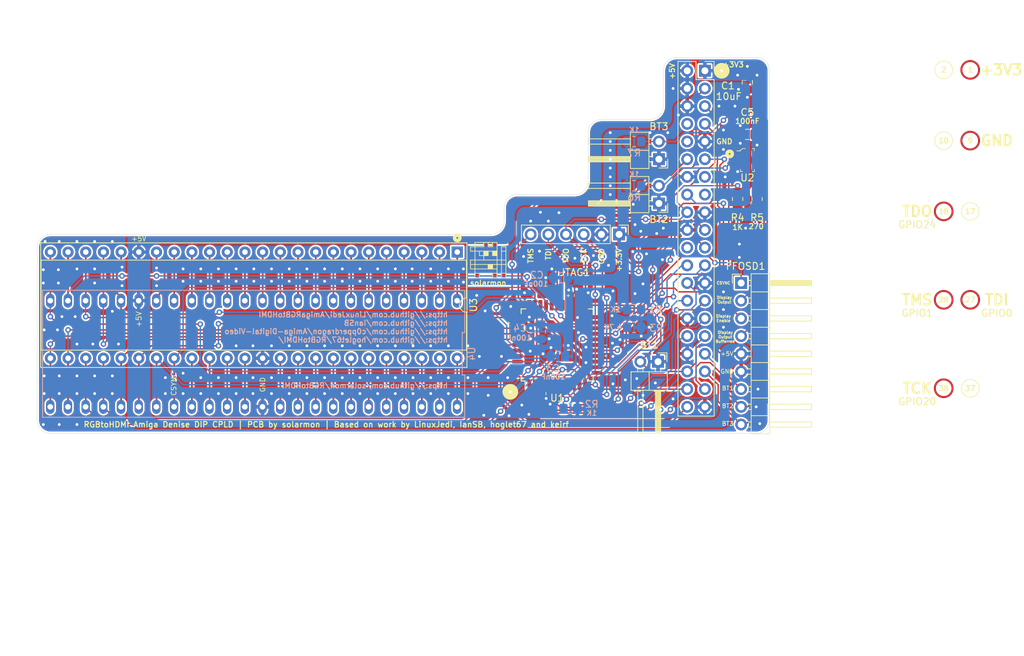
<source format=kicad_pcb>
(kicad_pcb (version 20171130) (host pcbnew "(5.1.9)-1")
  (layers (0 F.Cu signal) (31 B.Cu signal) (34 B.Paste user) (35 F.Paste user) (36 B.SilkS user) (37 F.SilkS user) (38 B.Mask user) (39 F.Mask user) (44 Edge.Cuts user))
  (net 0 "")
  (net 1 GND)
  (net 2 +3V3)
  (net 3 /GPIO21)
  (net 4 /GPIO20)
  (net 5 /GPIO26)
  (net 6 /GPIO16)
  (net 7 /GPIO18)
  (net 8 /GPIO13)
  (net 9 /GPIO12)
  (net 10 /GPIO6)
  (net 11 /GPIO5)
  (net 12 /GPIO0)
  (net 13 /GPIO7)
  (net 14 /GPIO8)
  (net 15 /GPIO11)
  (net 16 /GPIO25)
  (net 17 /GPIO9)
  (net 18 /GPIO10)
  (net 19 /GPIO24)
  (net 20 /GPIO23)
  (net 21 /GPIO22)
  (net 22 /GPIO27)
  (net 23 /GPIO17)
  (net 24 /GPIO15)
  (net 25 /GPIO14)
  (net 26 /GPIO4)
  (net 27 /GPIO3)
  (net 28 /GPIO2)
  (net 29 /GPIO19)
  (net 30 /CLKEN)
  (net 31 /D7)
  (net 32 /B0)
  (net 33 /D8)
  (net 34 /R3)
  (net 35 /D9)
  (net 36 /R2)
  (net 37 /D10)
  (net 38 /R1)
  (net 39 /D11)
  (net 40 /R0)
  (net 41 /D12)
  (net 42 /D13)
  (net 43 /BURST)
  (net 44 /D14)
  (net 45 /RGA1)
  (net 46 /D15)
  (net 47 /RGA2)
  (net 48 /M1V)
  (net 49 /RGA3)
  (net 50 /M0V)
  (net 51 /RGA4)
  (net 52 /RGA5)
  (net 53 /CCK)
  (net 54 /RGA6)
  (net 55 /7M)
  (net 56 /RGA7)
  (net 57 /NC)
  (net 58 /RGA8)
  (net 59 /ZD)
  (net 60 /M0H)
  (net 61 /M1H)
  (net 62 /G3)
  (net 63 /D0)
  (net 64 /G2)
  (net 65 /D1)
  (net 66 /G1)
  (net 67 /D2)
  (net 68 /G0)
  (net 69 /D3)
  (net 70 /B3)
  (net 71 /D4)
  (net 72 /B2)
  (net 73 /D5)
  (net 74 /B1)
  (net 75 /D6)
  (net 76 /VSYNC)
  (net 77 /DETECT)
  (net 78 +5V)
  (net 79 "Net-(R5-Pad2)")
  (net 80 /OSD_DISPLAY_OUTPUT_BUFFERRED)
  (net 81 /OSD_DISPLAY_ENABLE)
  (net 82 /OSD_DISPLAY_OUPUT)
  (net 83 /CSYNC)
  (module solarmon_library:solarmon-logo-25mils (layer F.Cu) (at 143.764 86.233)
    (fp_text reference solarmon (at 0 2.667) (layer F.SilkS) (effects (font (size 0.75 0.75))))
    (fp_text value solarmon-logo-25mils)
    (fp_poly (pts (xy 2.54 -1.905) (xy 1.905 -1.905) (xy 1.905 -2.54) (xy 2.54 -2.54)) (layer F.Cu) (width 0.1))
    (fp_poly (pts (xy 2.54 1.905) (xy 1.905 1.905) (xy 1.905 1.27) (xy 2.54 1.27)) (layer F.Cu) (width 0.1))
    (fp_poly (pts (xy 1.27 -2.54) (xy 0.635 -2.54) (xy 0.635 -3.175) (xy 1.27 -3.175)) (layer F.Cu) (width 0.1))
    (fp_poly (pts (xy 1.27 -1.905) (xy 0.635 -1.905) (xy 0.635 -2.54) (xy 1.27 -2.54)) (layer F.Cu) (width 0.1))
    (fp_poly (pts (xy 0.635 -1.905) (xy 0 -1.905) (xy 0 -2.54) (xy 0.635 -2.54)) (layer F.Cu) (width 0.1))
    (fp_poly (pts (xy 0 -1.905) (xy -0.635 -1.905) (xy -0.635 -2.54) (xy 0 -2.54)) (layer F.Cu) (width 0.1))
    (fp_poly (pts (xy 0 -2.54) (xy -0.635 -2.54) (xy -0.635 -3.175) (xy 0 -3.175)) (layer F.Cu) (width 0.1))
    (fp_poly (pts (xy -0.635 -1.905) (xy -1.27 -1.905) (xy -1.27 -2.54) (xy -0.635 -2.54)) (layer F.Cu) (width 0.1))
    (fp_poly (pts (xy -1.27 -1.905) (xy -1.905 -1.905) (xy -1.905 -2.54) (xy -1.27 -2.54)) (layer F.Cu) (width 0.1))
    (fp_poly (pts (xy -1.27 0.635) (xy -1.905 0.635) (xy -1.905 0) (xy -1.27 0)) (layer F.Cu) (width 0.1))
    (fp_poly (pts (xy -0.635 0.635) (xy -1.27 0.635) (xy -1.27 0) (xy -0.635 0)) (layer F.Cu) (width 0.1))
    (fp_poly (pts (xy 0 0.635) (xy -0.635 0.635) (xy -0.635 0) (xy 0 0)) (layer F.Cu) (width 0.1))
    (fp_poly (pts (xy 1.27 0.635) (xy 0.635 0.635) (xy 0.635 0) (xy 1.27 0)) (layer F.Cu) (width 0.1))
    (fp_poly (pts (xy 1.27 1.905) (xy 0.635 1.905) (xy 0.635 1.27) (xy 1.27 1.27)) (layer F.Cu) (width 0.1))
    (fp_poly (pts (xy -1.27 1.905) (xy -1.905 1.905) (xy -1.905 1.27) (xy -1.27 1.27)) (layer F.Cu) (width 0.1))
  )
  (module Connector_PinHeader_2.54mm:PinHeader_1x09_P2.54mm_Horizontal (layer F.Cu) (at 180.086 88.9)
    (fp_text reference FFOSD1 (at 0.635 -2.413) (layer F.SilkS))
    (fp_text value Conn_01x09)
    (pad 1 thru_hole rect (at 0 0) (size 1.7 1.7) (drill 1) (layers *.Cu *.Mask) (net 83 /CSYNC))
    (pad 2 thru_hole oval (at 0 2.54) (size 1.7 1.7) (drill 1) (layers *.Cu *.Mask) (net 82 /OSD_DISPLAY_OUPUT))
    (pad 3 thru_hole oval (at 0 5.08) (size 1.7 1.7) (drill 1) (layers *.Cu *.Mask) (net 81 /OSD_DISPLAY_ENABLE))
    (pad 4 thru_hole oval (at 0 7.62) (size 1.7 1.7) (drill 1) (layers *.Cu *.Mask) (net 80 /OSD_DISPLAY_OUTPUT_BUFFERRED))
    (pad 5 thru_hole oval (at 0 10.16) (size 1.7 1.7) (drill 1) (layers *.Cu *.Mask) (net 78 +5V))
    (pad 6 thru_hole oval (at 0 12.7) (size 1.7 1.7) (drill 1) (layers *.Cu *.Mask) (net 1 GND))
    (pad 7 thru_hole oval (at 0 15.24) (size 1.7 1.7) (drill 1) (layers *.Cu *.Mask) (net 6 /GPIO16))
    (pad 8 thru_hole oval (at 0 17.78) (size 1.7 1.7) (drill 1) (layers *.Cu *.Mask) (net 5 /GPIO26))
    (pad 9 thru_hole oval (at 0 20.32) (size 1.7 1.7) (drill 1) (layers *.Cu *.Mask) (net 29 /GPIO19))
  )
  (module Resistor_SMD:R_0805_2012Metric_Pad1.20x1.40mm_HandSolder (layer B.Cu) (at 164.719 68.58)
    (fp_text reference R7 (at 0 1.65) (layer B.SilkS) (effects (justify mirror)))
    (fp_text value 1K (at 0 -1.65) (layer B.SilkS) (effects (font (size 0.75 0.75)) (justify mirror)))
    (pad 2 smd roundrect (at 1 0) (size 1.2 1.4) (layers B.Cu B.Paste B.Mask) (roundrect_rratio 0.2083325) (net 29 /GPIO19))
    (pad 1 smd roundrect (at -1 0) (size 1.2 1.4) (layers B.Cu B.Paste B.Mask) (roundrect_rratio 0.2083325) (net 2 +3V3))
  )
  (module Resistor_SMD:R_0805_2012Metric_Pad1.20x1.40mm_HandSolder (layer B.Cu) (at 164.719 74.93)
    (fp_text reference R6 (at 0 1.65) (layer B.SilkS) (effects (justify mirror)))
    (fp_text value 1K (at 0 -1.65) (layer B.SilkS) (effects (font (size 0.75 0.75)) (justify mirror)))
    (pad 2 smd roundrect (at 1 0) (size 1.2 1.4) (layers B.Cu B.Paste B.Mask) (roundrect_rratio 0.2083325) (net 5 /GPIO26))
    (pad 1 smd roundrect (at -1 0) (size 1.2 1.4) (layers B.Cu B.Paste B.Mask) (roundrect_rratio 0.2083325) (net 2 +3V3))
  )
  (module Connector_PinHeader_2.54mm:PinHeader_1x02_P2.54mm_Horizontal (layer F.Cu) (at 168.275 71.12 180)
    (fp_text reference BT3 (at 0 4.699) (layer F.SilkS))
    (fp_text value Jumper_2_Open)
    (pad 2 thru_hole oval (at 0 2.54 180) (size 1.7 1.7) (drill 1) (layers *.Cu *.Mask) (net 29 /GPIO19))
    (pad 1 thru_hole rect (at 0 0 180) (size 1.7 1.7) (drill 1) (layers *.Cu *.Mask) (net 1 GND))
  )
  (module Connector_PinHeader_2.54mm:PinHeader_1x02_P2.54mm_Horizontal (layer F.Cu) (at 168.275 77.47 180)
    (fp_text reference BT2 (at 0 -2.286) (layer F.SilkS))
    (fp_text value Jumper_2_Open)
    (pad 2 thru_hole oval (at 0 2.54 180) (size 1.7 1.7) (drill 1) (layers *.Cu *.Mask) (net 5 /GPIO26))
    (pad 1 thru_hole rect (at 0 0 180) (size 1.7 1.7) (drill 1) (layers *.Cu *.Mask) (net 1 GND))
  )
  (module Capacitor_SMD:C_0805_2012Metric_Pad1.18x1.45mm_HandSolder (layer F.Cu) (at 180.975 67.564 180)
    (fp_text reference C5 (at 0 3.175) (layer F.SilkS))
    (fp_text value 100nF (at 0 1.905) (layer F.SilkS) (effects (font (size 0.75 0.75))))
    (pad 2 smd roundrect (at 1.0375 0 180) (size 1.175 1.45) (layers F.Cu F.Paste F.Mask) (roundrect_rratio 0.2127659574468085) (net 1 GND))
    (pad 1 smd roundrect (at -1.0375 0 180) (size 1.175 1.45) (layers F.Cu F.Paste F.Mask) (roundrect_rratio 0.2127659574468085) (net 2 +3V3))
  )
  (module solarmon_library:SOT-753 (layer F.Cu) (at 180.975 71.247 270)
    (fp_text reference U2 (at 2.54 0 180) (layer F.SilkS))
    (fp_text value 74LVC1G125)
    (pad 5 smd rect (at -0.95 -1.35 270) (size 0.6 1.05) (layers F.Cu F.Paste F.Mask) (net 2 +3V3))
    (pad 4 smd rect (at 0.95 -1.35 270) (size 0.6 1.05) (layers F.Cu F.Paste F.Mask) (net 79 "Net-(R5-Pad2)"))
    (pad 3 smd rect (at 0.95 1.35 270) (size 0.6 1.05) (layers F.Cu F.Paste F.Mask) (net 1 GND))
    (pad 2 smd rect (at 0 1.35 270) (size 0.6 1.05) (layers F.Cu F.Paste F.Mask) (net 82 /OSD_DISPLAY_OUPUT))
    (pad 1 smd rect (at -0.95 1.35 270) (size 0.6 1.05) (layers F.Cu F.Paste F.Mask) (net 81 /OSD_DISPLAY_ENABLE))
  )
  (module Resistor_SMD:R_0805_2012Metric_Pad1.20x1.40mm_HandSolder (layer F.Cu) (at 182.372 76.835 90)
    (fp_text reference R5 (at -2.667 0 180) (layer F.SilkS))
    (fp_text value 270 (at -3.937 -0.127 180) (layer F.SilkS) (effects (font (size 0.75 0.75))))
    (pad 2 smd roundrect (at 1 0 90) (size 1.2 1.4) (layers F.Cu F.Paste F.Mask) (roundrect_rratio 0.2083325) (net 79 "Net-(R5-Pad2)"))
    (pad 1 smd roundrect (at -1 0 90) (size 1.2 1.4) (layers F.Cu F.Paste F.Mask) (roundrect_rratio 0.2083325) (net 80 /OSD_DISPLAY_OUTPUT_BUFFERRED))
  )
  (module Resistor_SMD:R_0805_2012Metric_Pad1.20x1.40mm_HandSolder (layer F.Cu) (at 179.578 76.835 270)
    (fp_text reference R4 (at 2.667 0 180) (layer F.SilkS))
    (fp_text value 1K (at 4.064 0 180) (layer F.SilkS) (effects (font (size 0.75 0.75))))
    (pad 2 smd roundrect (at 1 0 270) (size 1.2 1.4) (layers F.Cu F.Paste F.Mask) (roundrect_rratio 0.2083325) (net 82 /OSD_DISPLAY_OUPUT))
    (pad 1 smd roundrect (at -1 0 270) (size 1.2 1.4) (layers F.Cu F.Paste F.Mask) (roundrect_rratio 0.2083325) (net 19 /GPIO24))
  )
  (module Connector_PinHeader_2.54mm:PinHeader_1x06_P2.54mm_Vertical (layer F.Cu) (at 162.56 81.915 270)
    (fp_text reference JTAG1 (at 5.461 6.35) (layer F.SilkS))
    (fp_text value Conn_01x06)
    (pad 6 thru_hole oval (at 0 12.7 270) (size 1.7 1.7) (drill 1) (layers *.Cu *.Mask) (net 30 /CLKEN))
    (pad 5 thru_hole oval (at 0 10.16 270) (size 1.7 1.7) (drill 1) (layers *.Cu *.Mask) (net 12 /GPIO0))
    (pad 4 thru_hole oval (at 0 7.62 270) (size 1.7 1.7) (drill 1) (layers *.Cu *.Mask) (net 19 /GPIO24))
    (pad 3 thru_hole oval (at 0 5.08 270) (size 1.7 1.7) (drill 1) (layers *.Cu *.Mask) (net 4 /GPIO20))
    (pad 2 thru_hole oval (at 0 2.54 270) (size 1.7 1.7) (drill 1) (layers *.Cu *.Mask) (net 1 GND))
    (pad 1 thru_hole rect (at 0 0 270) (size 1.7 1.7) (drill 1) (layers *.Cu *.Mask) (net 2 +3V3))
  )
  (module Capacitor_SMD:C_0805_2012Metric_Pad1.18x1.45mm_HandSolder (layer F.Cu) (at 180.975 60.071 270)
    (fp_text reference C1 (at 0.508 2.794 180) (layer F.SilkS))
    (fp_text value 10uF (at 2.032 2.667 180) (layer F.SilkS))
    (pad 2 smd roundrect (at 1.0375 0 270) (size 1.175 1.45) (layers F.Cu F.Paste F.Mask) (roundrect_rratio 0.2127659574468085) (net 1 GND))
    (pad 1 smd roundrect (at -1.0375 0 270) (size 1.175 1.45) (layers F.Cu F.Paste F.Mask) (roundrect_rratio 0.2127659574468085) (net 2 +3V3))
  )
  (module Resistor_SMD:R_0805_2012Metric_Pad1.20x1.40mm_HandSolder (layer B.Cu) (at 164.719 95.25)
    (fp_text reference R3 (at 3.175 0.127) (layer B.SilkS) (effects (justify mirror)))
    (fp_text value 4.7K (at -3.048 0) (layer B.SilkS) (effects (font (size 0.75 0.75)) (justify mirror)))
    (pad 2 smd roundrect (at 1 0) (size 1.2 1.4) (layers B.Cu B.Paste B.Mask) (roundrect_rratio 0.2083325) (net 1 GND))
    (pad 1 smd roundrect (at -1 0) (size 1.2 1.4) (layers B.Cu B.Paste B.Mask) (roundrect_rratio 0.2083325) (net 77 /DETECT))
  )
  (module Resistor_SMD:R_0805_2012Metric_Pad1.20x1.40mm_HandSolder (layer B.Cu) (at 155.575 106.934)
    (fp_text reference R2 (at 3.048 -0.635 180) (layer B.SilkS) (effects (justify mirror)))
    (fp_text value 1K (at 3.048 0.635) (layer B.SilkS) (effects (font (size 0.75 0.75)) (justify mirror)))
    (pad 2 smd roundrect (at 1 0) (size 1.2 1.4) (layers B.Cu B.Paste B.Mask) (roundrect_rratio 0.2083325) (net 1 GND))
    (pad 1 smd roundrect (at -1 0) (size 1.2 1.4) (layers B.Cu B.Paste B.Mask) (roundrect_rratio 0.2083325) (net 12 /GPIO0))
  )
  (module Resistor_SMD:R_0805_2012Metric_Pad1.20x1.40mm_HandSolder (layer B.Cu) (at 164.719 92.71)
    (fp_text reference R1 (at 3.048 0) (layer B.SilkS) (effects (justify mirror)))
    (fp_text value 1K (at -2.667 0) (layer B.SilkS) (effects (font (size 0.75 0.75)) (justify mirror)))
    (pad 2 smd roundrect (at 1 0) (size 1.2 1.4) (layers B.Cu B.Paste B.Mask) (roundrect_rratio 0.2083325) (net 6 /GPIO16))
    (pad 1 smd roundrect (at -1 0) (size 1.2 1.4) (layers B.Cu B.Paste B.Mask) (roundrect_rratio 0.2083325) (net 2 +3V3))
  )
  (module Capacitor_SMD:C_0805_2012Metric_Pad1.18x1.45mm_HandSolder (layer B.Cu) (at 151.257 95.885 270)
    (fp_text reference C4 (at -0.508 2.921) (layer B.SilkS) (effects (justify mirror)))
    (fp_text value 100nF (at 0.889 3.048) (layer B.SilkS) (effects (font (size 0.75 0.75)) (justify mirror)))
    (pad 1 smd roundrect (at -1.0375 0 270) (size 1.175 1.45) (layers B.Cu B.Paste B.Mask) (roundrect_rratio 0.2127659574468085) (net 2 +3V3))
    (pad 2 smd roundrect (at 1.0375 0 270) (size 1.175 1.45) (layers B.Cu B.Paste B.Mask) (roundrect_rratio 0.2127659574468085) (net 1 GND))
  )
  (module Capacitor_SMD:C_0805_2012Metric_Pad1.18x1.45mm_HandSolder (layer B.Cu) (at 153.797 99.441 180)
    (fp_text reference C3 (at 0.6985 -1.7145) (layer B.SilkS) (effects (justify mirror)))
    (fp_text value 100nF (at 0.6985 -2.921 180) (layer B.SilkS) (effects (font (size 0.75 0.75)) (justify mirror)))
    (pad 2 smd roundrect (at 1.0375 0 180) (size 1.175 1.45) (layers B.Cu B.Paste B.Mask) (roundrect_rratio 0.2127659574468085) (net 1 GND))
    (pad 1 smd roundrect (at -1.0375 0 180) (size 1.175 1.45) (layers B.Cu B.Paste B.Mask) (roundrect_rratio 0.2127659574468085) (net 2 +3V3))
  )
  (module Capacitor_SMD:C_0805_2012Metric_Pad1.18x1.45mm_HandSolder (layer B.Cu) (at 154.178 88.138 180)
    (fp_text reference C2 (at 3.429 0.381) (layer B.SilkS) (effects (justify mirror)))
    (fp_text value 100nF (at 3.556 -0.889) (layer B.SilkS) (effects (font (size 0.75 0.75)) (justify mirror)))
    (pad 2 smd roundrect (at 1.0375 0 180) (size 1.175 1.45) (layers B.Cu B.Paste B.Mask) (roundrect_rratio 0.2127659574468085) (net 1 GND))
    (pad 1 smd roundrect (at -1.0375 0 180) (size 1.175 1.45) (layers B.Cu B.Paste B.Mask) (roundrect_rratio 0.2127659574468085) (net 2 +3V3))
  )
  (module Package_QFP:TQFP-44_10x10mm_P0.8mm (layer F.Cu) (at 153.67 97.79 90)
    (fp_text reference U1 (at -7.62 0 180) (layer F.SilkS))
    (fp_text value "XC9572VQ44 or XC9572XL-10VQG44C")
    (pad 44 smd rect (at -4 -5.7 180) (size 1.5 0.55) (layers F.Cu F.Paste F.Mask) (net 4 /GPIO20))
    (pad 43 smd rect (at -3.2 -5.7 180) (size 1.5 0.55) (layers F.Cu F.Paste F.Mask) (net 3 /GPIO21))
    (pad 42 smd rect (at -2.4 -5.7 180) (size 1.5 0.55) (layers F.Cu F.Paste F.Mask) (net 68 /G0))
    (pad 41 smd rect (at -1.6 -5.7 180) (size 1.5 0.55) (layers F.Cu F.Paste F.Mask) (net 76 /VSYNC))
    (pad 40 smd rect (at -0.8 -5.7 180) (size 1.5 0.55) (layers F.Cu F.Paste F.Mask) (net 66 /G1))
    (pad 39 smd rect (at 0 -5.7 180) (size 1.5 0.55) (layers F.Cu F.Paste F.Mask) (net 38 /R1))
    (pad 38 smd rect (at 0.8 -5.7 180) (size 1.5 0.55) (layers F.Cu F.Paste F.Mask) (net 74 /B1))
    (pad 37 smd rect (at 1.6 -5.7 180) (size 1.5 0.55) (layers F.Cu F.Paste F.Mask) (net 72 /B2))
    (pad 36 smd rect (at 2.4 -5.7 180) (size 1.5 0.55) (layers F.Cu F.Paste F.Mask) (net 64 /G2))
    (pad 35 smd rect (at 3.2 -5.7 180) (size 1.5 0.55) (layers F.Cu F.Paste F.Mask) (net 2 +3V3))
    (pad 34 smd rect (at 4 -5.7 180) (size 1.5 0.55) (layers F.Cu F.Paste F.Mask) (net 36 /R2))
    (pad 33 smd rect (at 5.7 -4 90) (size 1.5 0.55) (layers F.Cu F.Paste F.Mask) (net 7 /GPIO18))
    (pad 32 smd rect (at 5.7 -3.2 90) (size 1.5 0.55) (layers F.Cu F.Paste F.Mask) (net 34 /R3))
    (pad 31 smd rect (at 5.7 -2.4 90) (size 1.5 0.55) (layers F.Cu F.Paste F.Mask) (net 62 /G3))
    (pad 30 smd rect (at 5.7 -1.6 90) (size 1.5 0.55) (layers F.Cu F.Paste F.Mask) (net 70 /B3))
    (pad 29 smd rect (at 5.7 -0.8 90) (size 1.5 0.55) (layers F.Cu F.Paste F.Mask) (net 28 /GPIO2))
    (pad 28 smd rect (at 5.7 0 90) (size 1.5 0.55) (layers F.Cu F.Paste F.Mask) (net 27 /GPIO3))
    (pad 27 smd rect (at 5.7 0.8 90) (size 1.5 0.55) (layers F.Cu F.Paste F.Mask) (net 26 /GPIO4))
    (pad 26 smd rect (at 5.7 1.6 90) (size 1.5 0.55) (layers F.Cu F.Paste F.Mask) (net 2 +3V3))
    (pad 25 smd rect (at 5.7 2.4 90) (size 1.5 0.55) (layers F.Cu F.Paste F.Mask) (net 1 GND))
    (pad 24 smd rect (at 5.7 3.2 90) (size 1.5 0.55) (layers F.Cu F.Paste F.Mask) (net 19 /GPIO24))
    (pad 23 smd rect (at 5.7 4 90) (size 1.5 0.55) (layers F.Cu F.Paste F.Mask) (net 83 /CSYNC))
    (pad 22 smd rect (at 4 5.7 180) (size 1.5 0.55) (layers F.Cu F.Paste F.Mask) (net 23 /GPIO17))
    (pad 21 smd rect (at 3.2 5.7 180) (size 1.5 0.55) (layers F.Cu F.Paste F.Mask) (net 40 /R0))
    (pad 20 smd rect (at 2.4 5.7 180) (size 1.5 0.55) (layers F.Cu F.Paste F.Mask) (net 20 /GPIO23))
    (pad 19 smd rect (at 1.6 5.7 180) (size 1.5 0.55) (layers F.Cu F.Paste F.Mask) (net 77 /DETECT))
    (pad 18 smd rect (at 0.8 5.7 180) (size 1.5 0.55) (layers F.Cu F.Paste F.Mask) (net 32 /B0))
    (pad 17 smd rect (at 0 5.7 180) (size 1.5 0.55) (layers F.Cu F.Paste F.Mask) (net 1 GND))
    (pad 16 smd rect (at -0.8 5.7 180) (size 1.5 0.55) (layers F.Cu F.Paste F.Mask) (net 18 /GPIO10))
    (pad 15 smd rect (at -1.6 5.7 180) (size 1.5 0.55) (layers F.Cu F.Paste F.Mask) (net 2 +3V3))
    (pad 14 smd rect (at -2.4 5.7 180) (size 1.5 0.55) (layers F.Cu F.Paste F.Mask) (net 17 /GPIO9))
    (pad 13 smd rect (at -3.2 5.7 180) (size 1.5 0.55) (layers F.Cu F.Paste F.Mask) (net 15 /GPIO11))
    (pad 12 smd rect (at -4 5.7 180) (size 1.5 0.55) (layers F.Cu F.Paste F.Mask) (net 14 /GPIO8))
    (pad 11 smd rect (at -5.7 4 90) (size 1.5 0.55) (layers F.Cu F.Paste F.Mask) (net 4 /GPIO20))
    (pad 10 smd rect (at -5.7 3.2 90) (size 1.5 0.55) (layers F.Cu F.Paste F.Mask) (net 30 /CLKEN))
    (pad 9 smd rect (at -5.7 2.4 90) (size 1.5 0.55) (layers F.Cu F.Paste F.Mask) (net 12 /GPIO0))
    (pad 8 smd rect (at -5.7 1.6 90) (size 1.5 0.55) (layers F.Cu F.Paste F.Mask) (net 13 /GPIO7))
    (pad 7 smd rect (at -5.7 0.8 90) (size 1.5 0.55) (layers F.Cu F.Paste F.Mask) (net 12 /GPIO0))
    (pad 6 smd rect (at -5.7 0 90) (size 1.5 0.55) (layers F.Cu F.Paste F.Mask) (net 30 /CLKEN))
    (pad 5 smd rect (at -5.7 -0.8 90) (size 1.5 0.55) (layers F.Cu F.Paste F.Mask) (net 11 /GPIO5))
    (pad 4 smd rect (at -5.7 -1.6 90) (size 1.5 0.55) (layers F.Cu F.Paste F.Mask) (net 1 GND))
    (pad 3 smd rect (at -5.7 -2.4 90) (size 1.5 0.55) (layers F.Cu F.Paste F.Mask) (net 9 /GPIO12))
    (pad 2 smd rect (at -5.7 -3.2 90) (size 1.5 0.55) (layers F.Cu F.Paste F.Mask) (net 10 /GPIO6))
    (pad 1 smd rect (at -5.7 -4 90) (size 1.5 0.55) (layers F.Cu F.Paste F.Mask) (net 8 /GPIO13))
  )
  (module chips:DIP-48_pins (layer B.Cu) (at 112.776 99.06)
    (fp_text reference U4 (at 28.6176 0 90) (layer B.SilkS) (effects (justify mirror)))
    (fp_text value DenisePins)
    (pad 24 thru_hole oval (at -31.9024 -7.62) (size 1.2 2) (drill 0.8) (layers *.Cu *.Mask) (net 32 /B0))
    (pad 25 thru_hole oval (at -31.9024 7.62) (size 1.2 2) (drill 0.8) (layers *.Cu *.Mask) (net 74 /B1))
    (pad 23 thru_hole oval (at -29.3624 -7.62) (size 1.2 2) (drill 0.8) (layers *.Cu *.Mask) (net 34 /R3))
    (pad 26 thru_hole oval (at -29.3624 7.62) (size 1.2 2) (drill 0.8) (layers *.Cu *.Mask) (net 72 /B2))
    (pad 22 thru_hole oval (at -26.8224 -7.62) (size 1.2 2) (drill 0.8) (layers *.Cu *.Mask) (net 36 /R2))
    (pad 27 thru_hole oval (at -26.8224 7.62) (size 1.2 2) (drill 0.8) (layers *.Cu *.Mask) (net 70 /B3))
    (pad 21 thru_hole oval (at -24.2824 -7.62) (size 1.2 2) (drill 0.8) (layers *.Cu *.Mask) (net 38 /R1))
    (pad 28 thru_hole oval (at -24.2824 7.62) (size 1.2 2) (drill 0.8) (layers *.Cu *.Mask) (net 68 /G0))
    (pad 20 thru_hole oval (at -21.7424 -7.62) (size 1.2 2) (drill 0.8) (layers *.Cu *.Mask) (net 40 /R0))
    (pad 29 thru_hole oval (at -21.7424 7.62) (size 1.2 2) (drill 0.8) (layers *.Cu *.Mask) (net 66 /G1))
    (pad 19 thru_hole oval (at -19.2024 -7.62) (size 1.2 2) (drill 0.8) (layers *.Cu *.Mask) (net 78 +5V))
    (pad 30 thru_hole oval (at -19.2024 7.62) (size 1.2 2) (drill 0.8) (layers *.Cu *.Mask) (net 64 /G2))
    (pad 18 thru_hole oval (at -16.6624 -7.62) (size 1.2 2) (drill 0.8) (layers *.Cu *.Mask) (net 43 /BURST))
    (pad 31 thru_hole oval (at -16.6624 7.62) (size 1.2 2) (drill 0.8) (layers *.Cu *.Mask) (net 62 /G3))
    (pad 17 thru_hole oval (at -14.1224 -7.62) (size 1.2 2) (drill 0.8) (layers *.Cu *.Mask) (net 45 /RGA1))
    (pad 32 thru_hole oval (at -14.1224 7.62) (size 1.2 2) (drill 0.8) (layers *.Cu *.Mask) (net 83 /CSYNC))
    (pad 16 thru_hole oval (at -11.5824 -7.62) (size 1.2 2) (drill 0.8) (layers *.Cu *.Mask) (net 47 /RGA2))
    (pad 33 thru_hole oval (at -11.5824 7.62) (size 1.2 2) (drill 0.8) (layers *.Cu *.Mask) (net 59 /ZD))
    (pad 15 thru_hole oval (at -9.0424 -7.62) (size 1.2 2) (drill 0.8) (layers *.Cu *.Mask) (net 49 /RGA3))
    (pad 34 thru_hole oval (at -9.0424 7.62) (size 1.2 2) (drill 0.8) (layers *.Cu *.Mask) (net 57 /NC))
    (pad 14 thru_hole oval (at -6.5024 -7.62) (size 1.2 2) (drill 0.8) (layers *.Cu *.Mask) (net 51 /RGA4))
    (pad 35 thru_hole oval (at -6.5024 7.62) (size 1.2 2) (drill 0.8) (layers *.Cu *.Mask) (net 55 /7M))
    (pad 13 thru_hole oval (at -3.9624 -7.62) (size 1.2 2) (drill 0.8) (layers *.Cu *.Mask) (net 52 /RGA5))
    (pad 36 thru_hole oval (at -3.9624 7.62) (size 1.2 2) (drill 0.8) (layers *.Cu *.Mask) (net 53 /CCK))
    (pad 12 thru_hole oval (at -1.4224 -7.62) (size 1.2 2) (drill 0.8) (layers *.Cu *.Mask) (net 54 /RGA6))
    (pad 37 thru_hole oval (at -1.4224 7.62) (size 1.2 2) (drill 0.8) (layers *.Cu *.Mask) (net 1 GND))
    (pad 11 thru_hole oval (at 1.1176 -7.62) (size 1.2 2) (drill 0.8) (layers *.Cu *.Mask) (net 56 /RGA7))
    (pad 38 thru_hole oval (at 1.1176 7.62) (size 1.2 2) (drill 0.8) (layers *.Cu *.Mask) (net 50 /M0V))
    (pad 10 thru_hole oval (at 3.6576 -7.62) (size 1.2 2) (drill 0.8) (layers *.Cu *.Mask) (net 58 /RGA8))
    (pad 39 thru_hole oval (at 3.6576 7.62) (size 1.2 2) (drill 0.8) (layers *.Cu *.Mask) (net 48 /M1V))
    (pad 9 thru_hole oval (at 6.1976 -7.62) (size 1.2 2) (drill 0.8) (layers *.Cu *.Mask) (net 60 /M0H))
    (pad 40 thru_hole oval (at 6.1976 7.62) (size 1.2 2) (drill 0.8) (layers *.Cu *.Mask) (net 46 /D15))
    (pad 8 thru_hole oval (at 8.7376 -7.62) (size 1.2 2) (drill 0.8) (layers *.Cu *.Mask) (net 61 /M1H))
    (pad 41 thru_hole oval (at 8.7376 7.62) (size 1.2 2) (drill 0.8) (layers *.Cu *.Mask) (net 44 /D14))
    (pad 7 thru_hole oval (at 11.2776 -7.62) (size 1.2 2) (drill 0.8) (layers *.Cu *.Mask) (net 63 /D0))
    (pad 42 thru_hole oval (at 11.2776 7.62) (size 1.2 2) (drill 0.8) (layers *.Cu *.Mask) (net 42 /D13))
    (pad 6 thru_hole oval (at 13.8176 -7.62) (size 1.2 2) (drill 0.8) (layers *.Cu *.Mask) (net 65 /D1))
    (pad 43 thru_hole oval (at 13.8176 7.62) (size 1.2 2) (drill 0.8) (layers *.Cu *.Mask) (net 41 /D12))
    (pad 5 thru_hole oval (at 16.3576 -7.62) (size 1.2 2) (drill 0.8) (layers *.Cu *.Mask) (net 67 /D2))
    (pad 44 thru_hole oval (at 16.3576 7.62) (size 1.2 2) (drill 0.8) (layers *.Cu *.Mask) (net 39 /D11))
    (pad 4 thru_hole oval (at 18.8976 -7.62) (size 1.2 2) (drill 0.8) (layers *.Cu *.Mask) (net 69 /D3))
    (pad 45 thru_hole oval (at 18.8976 7.62) (size 1.2 2) (drill 0.8) (layers *.Cu *.Mask) (net 37 /D10))
    (pad 3 thru_hole oval (at 21.4376 -7.62) (size 1.2 2) (drill 0.8) (layers *.Cu *.Mask) (net 71 /D4))
    (pad 46 thru_hole oval (at 21.4376 7.62) (size 1.2 2) (drill 0.8) (layers *.Cu *.Mask) (net 35 /D9))
    (pad 2 thru_hole oval (at 23.9776 -7.62) (size 1.2 2) (drill 0.8) (layers *.Cu *.Mask) (net 73 /D5))
    (pad 47 thru_hole oval (at 23.9776 7.62) (size 1.2 2) (drill 0.8) (layers *.Cu *.Mask) (net 33 /D8))
    (pad 1 thru_hole oval (at 26.5176 -7.62) (size 1.2 2) (drill 0.8) (layers *.Cu *.Mask) (net 75 /D6))
    (pad 48 thru_hole oval (at 26.5176 7.62) (size 1.2 2) (drill 0.8) (layers *.Cu *.Mask) (net 31 /D7))
  )
  (module Connector_PinSocket_2.54mm:PinSocket_2x20_P2.54mm_Vertical (layer F.Cu) (at 174.879 58.42)
    (fp_text reference J1 hide)
    (fp_text value Raspberry_Pi_2_3)
    (pad 40 thru_hole oval (at -2.54 48.26) (size 1.7 1.7) (drill 1) (layers *.Cu *.Mask) (net 3 /GPIO21))
    (pad 39 thru_hole oval (at 0 48.26) (size 1.7 1.7) (drill 1) (layers *.Cu *.Mask) (net 1 GND))
    (pad 38 thru_hole oval (at -2.54 45.72) (size 1.7 1.7) (drill 1) (layers *.Cu *.Mask) (net 4 /GPIO20))
    (pad 37 thru_hole oval (at 0 45.72) (size 1.7 1.7) (drill 1) (layers *.Cu *.Mask) (net 5 /GPIO26))
    (pad 36 thru_hole oval (at -2.54 43.18) (size 1.7 1.7) (drill 1) (layers *.Cu *.Mask) (net 6 /GPIO16))
    (pad 35 thru_hole oval (at 0 43.18) (size 1.7 1.7) (drill 1) (layers *.Cu *.Mask) (net 29 /GPIO19))
    (pad 34 thru_hole oval (at -2.54 40.64) (size 1.7 1.7) (drill 1) (layers *.Cu *.Mask) (net 1 GND))
    (pad 33 thru_hole oval (at 0 40.64) (size 1.7 1.7) (drill 1) (layers *.Cu *.Mask) (net 8 /GPIO13))
    (pad 32 thru_hole oval (at -2.54 38.1) (size 1.7 1.7) (drill 1) (layers *.Cu *.Mask) (net 9 /GPIO12))
    (pad 31 thru_hole oval (at 0 38.1) (size 1.7 1.7) (drill 1) (layers *.Cu *.Mask) (net 10 /GPIO6))
    (pad 30 thru_hole oval (at -2.54 35.56) (size 1.7 1.7) (drill 1) (layers *.Cu *.Mask) (net 1 GND))
    (pad 29 thru_hole oval (at 0 35.56) (size 1.7 1.7) (drill 1) (layers *.Cu *.Mask) (net 11 /GPIO5))
    (pad 28 thru_hole oval (at -2.54 33.02) (size 1.7 1.7) (drill 1) (layers *.Cu *.Mask) (net 30 /CLKEN))
    (pad 27 thru_hole oval (at 0 33.02) (size 1.7 1.7) (drill 1) (layers *.Cu *.Mask) (net 12 /GPIO0))
    (pad 26 thru_hole oval (at -2.54 30.48) (size 1.7 1.7) (drill 1) (layers *.Cu *.Mask) (net 13 /GPIO7))
    (pad 25 thru_hole oval (at 0 30.48) (size 1.7 1.7) (drill 1) (layers *.Cu *.Mask) (net 1 GND))
    (pad 24 thru_hole oval (at -2.54 27.94) (size 1.7 1.7) (drill 1) (layers *.Cu *.Mask) (net 14 /GPIO8))
    (pad 23 thru_hole oval (at 0 27.94) (size 1.7 1.7) (drill 1) (layers *.Cu *.Mask) (net 15 /GPIO11))
    (pad 22 thru_hole oval (at -2.54 25.4) (size 1.7 1.7) (drill 1) (layers *.Cu *.Mask) (net 16 /GPIO25))
    (pad 21 thru_hole oval (at 0 25.4) (size 1.7 1.7) (drill 1) (layers *.Cu *.Mask) (net 17 /GPIO9))
    (pad 20 thru_hole oval (at -2.54 22.86) (size 1.7 1.7) (drill 1) (layers *.Cu *.Mask) (net 1 GND))
    (pad 19 thru_hole oval (at 0 22.86) (size 1.7 1.7) (drill 1) (layers *.Cu *.Mask) (net 18 /GPIO10))
    (pad 18 thru_hole oval (at -2.54 20.32) (size 1.7 1.7) (drill 1) (layers *.Cu *.Mask) (net 19 /GPIO24))
    (pad 17 thru_hole oval (at 0 20.32) (size 1.7 1.7) (drill 1) (layers *.Cu *.Mask) (net 2 +3V3))
    (pad 16 thru_hole oval (at -2.54 17.78) (size 1.7 1.7) (drill 1) (layers *.Cu *.Mask) (net 20 /GPIO23))
    (pad 15 thru_hole oval (at 0 17.78) (size 1.7 1.7) (drill 1) (layers *.Cu *.Mask) (net 21 /GPIO22))
    (pad 14 thru_hole oval (at -2.54 15.24) (size 1.7 1.7) (drill 1) (layers *.Cu *.Mask) (net 1 GND))
    (pad 13 thru_hole oval (at 0 15.24) (size 1.7 1.7) (drill 1) (layers *.Cu *.Mask) (net 22 /GPIO27))
    (pad 12 thru_hole oval (at -2.54 12.7) (size 1.7 1.7) (drill 1) (layers *.Cu *.Mask) (net 7 /GPIO18))
    (pad 11 thru_hole oval (at 0 12.7) (size 1.7 1.7) (drill 1) (layers *.Cu *.Mask) (net 23 /GPIO17))
    (pad 10 thru_hole oval (at -2.54 10.16) (size 1.7 1.7) (drill 1) (layers *.Cu *.Mask) (net 24 /GPIO15))
    (pad 9 thru_hole oval (at 0 10.16) (size 1.7 1.7) (drill 1) (layers *.Cu *.Mask) (net 1 GND))
    (pad 8 thru_hole oval (at -2.54 7.62) (size 1.7 1.7) (drill 1) (layers *.Cu *.Mask) (net 25 /GPIO14))
    (pad 7 thru_hole oval (at 0 7.62) (size 1.7 1.7) (drill 1) (layers *.Cu *.Mask) (net 26 /GPIO4))
    (pad 6 thru_hole oval (at -2.54 5.08) (size 1.7 1.7) (drill 1) (layers *.Cu *.Mask) (net 1 GND))
    (pad 5 thru_hole oval (at 0 5.08) (size 1.7 1.7) (drill 1) (layers *.Cu *.Mask) (net 27 /GPIO3))
    (pad 4 thru_hole oval (at -2.54 2.54) (size 1.7 1.7) (drill 1) (layers *.Cu *.Mask) (net 78 +5V))
    (pad 3 thru_hole oval (at 0 2.54) (size 1.7 1.7) (drill 1) (layers *.Cu *.Mask) (net 28 /GPIO2))
    (pad 2 thru_hole oval (at -2.54 0) (size 1.7 1.7) (drill 1) (layers *.Cu *.Mask) (net 78 +5V))
    (pad 1 thru_hole rect (at 0 0) (size 1.7 1.7) (drill 1) (layers *.Cu *.Mask) (net 2 +3V3))
  )
  (module Package_DIP:DIP-48_W15.24mm_Socket (layer F.Cu) (at 139.315 84.455 270)
    (fp_text reference U3 (at 7.62 -2.33 90) (layer F.SilkS))
    (fp_text value DeniseSocket)
    (pad 48 thru_hole oval (at 15.24 0 270) (size 1.6 1.6) (drill 0.8) (layers *.Cu *.Mask) (net 31 /D7))
    (pad 24 thru_hole oval (at 0 58.42 270) (size 1.6 1.6) (drill 0.8) (layers *.Cu *.Mask) (net 32 /B0))
    (pad 47 thru_hole oval (at 15.24 2.54 270) (size 1.6 1.6) (drill 0.8) (layers *.Cu *.Mask) (net 33 /D8))
    (pad 23 thru_hole oval (at 0 55.88 270) (size 1.6 1.6) (drill 0.8) (layers *.Cu *.Mask) (net 34 /R3))
    (pad 46 thru_hole oval (at 15.24 5.08 270) (size 1.6 1.6) (drill 0.8) (layers *.Cu *.Mask) (net 35 /D9))
    (pad 22 thru_hole oval (at 0 53.34 270) (size 1.6 1.6) (drill 0.8) (layers *.Cu *.Mask) (net 36 /R2))
    (pad 45 thru_hole oval (at 15.24 7.62 270) (size 1.6 1.6) (drill 0.8) (layers *.Cu *.Mask) (net 37 /D10))
    (pad 21 thru_hole oval (at 0 50.8 270) (size 1.6 1.6) (drill 0.8) (layers *.Cu *.Mask) (net 38 /R1))
    (pad 44 thru_hole oval (at 15.24 10.16 270) (size 1.6 1.6) (drill 0.8) (layers *.Cu *.Mask) (net 39 /D11))
    (pad 20 thru_hole oval (at 0 48.26 270) (size 1.6 1.6) (drill 0.8) (layers *.Cu *.Mask) (net 40 /R0))
    (pad 43 thru_hole oval (at 15.24 12.7 270) (size 1.6 1.6) (drill 0.8) (layers *.Cu *.Mask) (net 41 /D12))
    (pad 19 thru_hole oval (at 0 45.72 270) (size 1.6 1.6) (drill 0.8) (layers *.Cu *.Mask) (net 78 +5V))
    (pad 42 thru_hole oval (at 15.24 15.24 270) (size 1.6 1.6) (drill 0.8) (layers *.Cu *.Mask) (net 42 /D13))
    (pad 18 thru_hole oval (at 0 43.18 270) (size 1.6 1.6) (drill 0.8) (layers *.Cu *.Mask) (net 43 /BURST))
    (pad 41 thru_hole oval (at 15.24 17.78 270) (size 1.6 1.6) (drill 0.8) (layers *.Cu *.Mask) (net 44 /D14))
    (pad 17 thru_hole oval (at 0 40.64 270) (size 1.6 1.6) (drill 0.8) (layers *.Cu *.Mask) (net 45 /RGA1))
    (pad 40 thru_hole oval (at 15.24 20.32 270) (size 1.6 1.6) (drill 0.8) (layers *.Cu *.Mask) (net 46 /D15))
    (pad 16 thru_hole oval (at 0 38.1 270) (size 1.6 1.6) (drill 0.8) (layers *.Cu *.Mask) (net 47 /RGA2))
    (pad 39 thru_hole oval (at 15.24 22.86 270) (size 1.6 1.6) (drill 0.8) (layers *.Cu *.Mask) (net 48 /M1V))
    (pad 15 thru_hole oval (at 0 35.56 270) (size 1.6 1.6) (drill 0.8) (layers *.Cu *.Mask) (net 49 /RGA3))
    (pad 38 thru_hole oval (at 15.24 25.4 270) (size 1.6 1.6) (drill 0.8) (layers *.Cu *.Mask) (net 50 /M0V))
    (pad 14 thru_hole oval (at 0 33.02 270) (size 1.6 1.6) (drill 0.8) (layers *.Cu *.Mask) (net 51 /RGA4))
    (pad 37 thru_hole oval (at 15.24 27.94 270) (size 1.6 1.6) (drill 0.8) (layers *.Cu *.Mask) (net 1 GND))
    (pad 13 thru_hole oval (at 0 30.48 270) (size 1.6 1.6) (drill 0.8) (layers *.Cu *.Mask) (net 52 /RGA5))
    (pad 36 thru_hole oval (at 15.24 30.48 270) (size 1.6 1.6) (drill 0.8) (layers *.Cu *.Mask) (net 53 /CCK))
    (pad 12 thru_hole oval (at 0 27.94 270) (size 1.6 1.6) (drill 0.8) (layers *.Cu *.Mask) (net 54 /RGA6))
    (pad 35 thru_hole oval (at 15.24 33.02 270) (size 1.6 1.6) (drill 0.8) (layers *.Cu *.Mask) (net 55 /7M))
    (pad 11 thru_hole oval (at 0 25.4 270) (size 1.6 1.6) (drill 0.8) (layers *.Cu *.Mask) (net 56 /RGA7))
    (pad 34 thru_hole oval (at 15.24 35.56 270) (size 1.6 1.6) (drill 0.8) (layers *.Cu *.Mask) (net 57 /NC))
    (pad 10 thru_hole oval (at 0 22.86 270) (size 1.6 1.6) (drill 0.8) (layers *.Cu *.Mask) (net 58 /RGA8))
    (pad 33 thru_hole oval (at 15.24 38.1 270) (size 1.6 1.6) (drill 0.8) (layers *.Cu *.Mask) (net 59 /ZD))
    (pad 9 thru_hole oval (at 0 20.32 270) (size 1.6 1.6) (drill 0.8) (layers *.Cu *.Mask) (net 60 /M0H))
    (pad 32 thru_hole oval (at 15.24 40.64 270) (size 1.6 1.6) (drill 0.8) (layers *.Cu *.Mask) (net 83 /CSYNC))
    (pad 8 thru_hole oval (at 0 17.78 270) (size 1.6 1.6) (drill 0.8) (layers *.Cu *.Mask) (net 61 /M1H))
    (pad 31 thru_hole oval (at 15.24 43.18 270) (size 1.6 1.6) (drill 0.8) (layers *.Cu *.Mask) (net 62 /G3))
    (pad 7 thru_hole oval (at 0 15.24 270) (size 1.6 1.6) (drill 0.8) (layers *.Cu *.Mask) (net 63 /D0))
    (pad 30 thru_hole oval (at 15.24 45.72 270) (size 1.6 1.6) (drill 0.8) (layers *.Cu *.Mask) (net 64 /G2))
    (pad 6 thru_hole oval (at 0 12.7 270) (size 1.6 1.6) (drill 0.8) (layers *.Cu *.Mask) (net 65 /D1))
    (pad 29 thru_hole oval (at 15.24 48.26 270) (size 1.6 1.6) (drill 0.8) (layers *.Cu *.Mask) (net 66 /G1))
    (pad 5 thru_hole oval (at 0 10.16 270) (size 1.6 1.6) (drill 0.8) (layers *.Cu *.Mask) (net 67 /D2))
    (pad 28 thru_hole oval (at 15.24 50.8 270) (size 1.6 1.6) (drill 0.8) (layers *.Cu *.Mask) (net 68 /G0))
    (pad 4 thru_hole oval (at 0 7.62 270) (size 1.6 1.6) (drill 0.8) (layers *.Cu *.Mask) (net 69 /D3))
    (pad 27 thru_hole oval (at 15.24 53.34 270) (size 1.6 1.6) (drill 0.8) (layers *.Cu *.Mask) (net 70 /B3))
    (pad 3 thru_hole oval (at 0 5.08 270) (size 1.6 1.6) (drill 0.8) (layers *.Cu *.Mask) (net 71 /D4))
    (pad 26 thru_hole oval (at 15.24 55.88 270) (size 1.6 1.6) (drill 0.8) (layers *.Cu *.Mask) (net 72 /B2))
    (pad 2 thru_hole oval (at 0 2.54 270) (size 1.6 1.6) (drill 0.8) (layers *.Cu *.Mask) (net 73 /D5))
    (pad 25 thru_hole oval (at 15.24 58.42 270) (size 1.6 1.6) (drill 0.8) (layers *.Cu *.Mask) (net 74 /B1))
    (pad 1 thru_hole rect (at 0 0 270) (size 1.6 1.6) (drill 0.8) (layers *.Cu *.Mask) (net 75 /D6))
  )
  (module Connector_PinHeader_2.54mm:PinHeader_1x02_P2.54mm_Horizontal (layer F.Cu) (at 168.148 100.203 270)
    (fp_text reference BT1 (at -2.413 1.27 180) (layer F.SilkS))
    (fp_text value Jumper_2_Open)
    (pad 2 thru_hole oval (at 0 2.54 270) (size 1.7 1.7) (drill 1) (layers *.Cu *.Mask) (net 6 /GPIO16))
    (pad 1 thru_hole rect (at 0 0 270) (size 1.7 1.7) (drill 1) (layers *.Cu *.Mask) (net 1 GND))
  )
  (gr_text 28 (at 209.169 91.313) (layer F.SilkS) (effects (font (size 0.75 0.75))))
  (gr_text TMS (at 205.359 91.313) (layer F.SilkS) (effects (font (size 1.5 1.5) (thickness 0.3))))
  (gr_text 27 (at 212.979 91.313) (layer F.SilkS) (effects (font (size 0.75 0.75))))
  (gr_text 38 (at 209.169 104.013) (layer F.SilkS) (effects (font (size 0.75 0.75))))
  (gr_text +3V3 (at 217.424 58.293) (layer F.SilkS) (effects (font (size 1.5 1.5) (thickness 0.3))))
  (gr_text TDI (at 216.789 91.313) (layer F.SilkS) (effects (font (size 1.5 1.5) (thickness 0.3))))
  (gr_text 37 (at 212.979 104.013) (layer F.SilkS) (effects (font (size 0.75 0.75))))
  (gr_text TCK (at 205.359 104.013) (layer F.SilkS) (effects (font (size 1.5 1.5) (thickness 0.3))))
  (gr_text TDO (at 205.359 78.613) (layer F.SilkS) (effects (font (size 1.5 1.5) (thickness 0.3))))
  (gr_text GND (at 216.789 68.453) (layer F.SilkS) (effects (font (size 1.5 1.5) (thickness 0.3))))
  (gr_text GPIO24 (at 205.359 80.518) (layer F.SilkS) (effects (font (size 1 1))))
  (gr_text 18 (at 209.169 78.613) (layer F.SilkS) (effects (font (size 0.75 0.75))))
  (gr_text GPIO0 (at 216.789 93.218) (layer F.SilkS) (effects (font (size 1 1))))
  (gr_text GPIO1 (at 205.359 93.218) (layer F.SilkS) (effects (font (size 1 1))))
  (gr_text 1 (at 212.979 58.293) (layer F.SilkS) (effects (font (size 0.75 0.75))))
  (gr_text 2 (at 209.169 58.293) (layer F.SilkS) (effects (font (size 0.75 0.75))))
  (gr_text 9 (at 212.979 68.453) (layer F.SilkS) (effects (font (size 0.75 0.75))))
  (gr_text GPIO20 (at 205.359 105.918) (layer F.SilkS) (effects (font (size 1 1))))
  (gr_text 17 (at 212.979 78.613) (layer F.SilkS) (effects (font (size 0.75 0.75))))
  (gr_text 10 (at 209.169 68.453) (layer F.SilkS) (effects (font (size 0.75 0.75))))
  (gr_circle (center 212.979 78.613) (end 214.249 78.613) (layer F.SilkS) (width 0.1))
  (gr_circle (center 212.979 68.453) (end 214.249 68.453) (layer F.Cu) (width 0.3))
  (gr_circle (center 209.169 78.613) (end 210.439 78.613) (layer F.Cu) (width 0.3))
  (gr_circle (center 212.979 104.013) (end 214.249 104.013) (layer F.SilkS) (width 0.1))
  (gr_circle (center 209.169 104.013) (end 210.439 104.013) (layer F.Cu) (width 0.3))
  (gr_circle (center 212.979 58.293) (end 214.249 58.293) (layer F.Cu) (width 0.3))
  (gr_circle (center 212.979 91.313) (end 214.249 91.313) (layer F.Cu) (width 0.3))
  (gr_circle (center 209.169 91.313) (end 210.439 91.313) (layer F.Cu) (width 0.3))
  (gr_circle (center 209.169 68.453) (end 210.439 68.453) (layer F.SilkS) (width 0.1))
  (gr_circle (center 209.169 58.293) (end 210.439 58.293) (layer F.SilkS) (width 0.1))
  (gr_text CSYNC (at 177.546 88.9) (layer F.SilkS) (effects (font (size 0.4 0.4) (thickness 0.1))))
  (gr_text "Display\nOutput" (at 177.673 91.313) (layer F.SilkS) (effects (font (size 0.4 0.4) (thickness 0.1))))
  (gr_text "Display\nEnable" (at 177.546 93.98) (layer F.SilkS) (effects (font (size 0.4 0.4) (thickness 0.1))))
  (gr_text "Display\nOutput\nBufferred" (at 177.8 96.647) (layer F.SilkS) (effects (font (size 0.4 0.4) (thickness 0.1))))
  (gr_text BT3 (at 178.154 109.093) (layer F.SilkS) (effects (font (size 0.6 0.6) (thickness 0.1))))
  (gr_text BT2 (at 178.154 106.553) (layer F.SilkS) (effects (font (size 0.6 0.6) (thickness 0.1))))
  (gr_text BT1 (at 178.154 104.013) (layer F.SilkS) (effects (font (size 0.6 0.6) (thickness 0.1))))
  (gr_text CSYNC (at 98.6155 103.378 90) (layer F.SilkS) (effects (font (size 0.7 0.7) (thickness 0.1))))
  (gr_text GND (at 111.379 103.505 90) (layer F.SilkS) (effects (font (size 0.7 0.7) (thickness 0.1))))
  (gr_text +5V (at 93.599 94.107 90) (layer F.SilkS) (effects (font (size 0.75 0.75) (thickness 0.1))))
  (gr_text +5V (at 93.599 82.55) (layer F.SilkS) (effects (font (size 0.7 0.7) (thickness 0.1))))
  (gr_text - (at 156.083 90.678 90) (layer F.SilkS) (effects (font (size 0.5 0.5) (thickness 0.1))))
  (gr_text - (at 152.019 104.775 90) (layer F.SilkS) (effects (font (size 0.5 0.5) (thickness 0.1))))
  (gr_text - (at 160.655 97.79) (layer F.SilkS) (effects (font (size 0.5 0.5) (thickness 0.1))))
  (gr_text + (at 160.655 99.314) (layer F.SilkS) (effects (font (size 0.5 0.5) (thickness 0.1))))
  (gr_text + (at 146.685 94.615) (layer F.SilkS) (effects (font (size 0.5 0.5) (thickness 0.1))))
  (gr_text + (at 155.2575 90.678) (layer F.SilkS) (effects (font (size 0.5 0.5) (thickness 0.1))))
  (gr_text GND (at 178.054 101.6) (layer F.SilkS) (effects (font (size 0.6 0.6) (thickness 0.1))))
  (gr_text +5V (at 178.054 99.06) (layer F.SilkS) (effects (font (size 0.6 0.6) (thickness 0.1))))
  (gr_text GND (at 177.673 68.58) (layer F.SilkS) (effects (font (size 0.75 0.75))))
  (gr_text +3V3 (at 178.943 57.531) (layer F.SilkS) (effects (font (size 0.75 0.75))))
  (gr_text +5V (at 170.18 58.4835 90) (layer F.SilkS) (effects (font (size 0.75 0.75))))
  (gr_arc (start 156.21 74.295) (end 156.21 76.2) (angle -90) (layer Edge.Cuts) (width 0.05))
  (gr_line (start 158.115 74.295) (end 158.115 67.31) (layer Edge.Cuts) (width 0.05))
  (gr_arc (start 160.02 67.31) (end 160.02 65.405) (angle -90) (layer Edge.Cuts) (width 0.05))
  (gr_line (start 167.005 65.405) (end 160.02 65.405) (layer Edge.Cuts) (width 0.05))
  (gr_text https://github.com/solarmon/RGBtoHDMI (at 138.049 103.632) (layer B.SilkS) (effects (font (size 0.75 0.75)) (justify left mirror)))
  (gr_text "https://github.com/LinuxJedi/AmigaRGBtoHDMI\nhttps://github.com/IanSB\nhttps://github.com/c0pperdragon/Amiga-Digital-Video\nhttps://github.com/hoglet67/RGBtoHDMI/" (at 138.049 95.25) (layer B.SilkS) (effects (font (size 0.75 0.75)) (justify left mirror)))
  (gr_circle (center 178.435 70.358) (end 178.562 70.358) (layer F.SilkS) (width 0.5))
  (gr_circle (center 139.319 82.423) (end 139.446 82.423) (layer F.SilkS) (width 0.5))
  (gr_circle (center 146.939 104.521) (end 147.066 104.521) (layer F.SilkS) (width 1))
  (gr_arc (start 182.245 108.585) (end 182.245 110.49) (angle -90) (layer Edge.Cuts) (width 0.05))
  (gr_arc (start 182.245 58.42) (end 184.15 58.42) (angle -90) (layer Edge.Cuts) (width 0.05))
  (gr_arc (start 170.815 58.42) (end 170.815 56.515) (angle -90) (layer Edge.Cuts) (width 0.05))
  (gr_arc (start 167.005 63.5) (end 167.005 65.405) (angle -90) (layer Edge.Cuts) (width 0.05))
  (gr_arc (start 147.955 78.105) (end 147.955 76.2) (angle -90) (layer Edge.Cuts) (width 0.05))
  (gr_arc (start 144.145 80.01) (end 144.145 81.915) (angle -90) (layer Edge.Cuts) (width 0.05))
  (gr_text TMS (at 149.86 84.990857 90) (layer F.SilkS) (effects (font (size 0.75 0.75))))
  (gr_text TDI (at 152.4 84.758714 90) (layer F.SilkS) (effects (font (size 0.75 0.75))))
  (gr_text TDO (at 154.94 84.973 90) (layer F.SilkS) (effects (font (size 0.75 0.75))))
  (gr_text TCK (at 157.48 84.955143 90) (layer F.SilkS) (effects (font (size 0.75 0.75))))
  (gr_text GND (at 160.02 85.062285 90) (layer F.SilkS) (effects (font (size 0.75 0.75))))
  (gr_text +3.3V (at 162.56 85.598 90) (layer F.SilkS) (effects (font (size 0.75 0.75))))
  (gr_arc (start 80.899 108.585) (end 78.994 108.585) (angle -90) (layer Edge.Cuts) (width 0.05))
  (gr_arc (start 80.899 83.82) (end 80.899 81.915) (angle -90) (layer Edge.Cuts) (width 0.05))
  (gr_circle (center 177.292 58.42) (end 177.419 58.42) (layer F.SilkS) (width 1))
  (gr_text "RGBtoHDMI Amiga Denise DIP CPLD | PCB by solarmon | Based on work by LinuxJedi, IanSB, hoglet67 and keirf" (at 85.598 109.22) (layer F.SilkS) (effects (font (size 0.8 0.8)) (justify left)))
  (gr_line (start 147.955 76.2) (end 156.21 76.2) (layer Edge.Cuts) (width 0.05))
  (gr_line (start 146.05 80.01) (end 146.05 78.105) (layer Edge.Cuts) (width 0.05))
  (gr_line (start 170.815 56.515) (end 182.245 56.515) (layer Edge.Cuts) (width 0.05))
  (gr_line (start 168.91 63.5) (end 168.91 58.42) (layer Edge.Cuts) (width 0.05))
  (gr_line (start 80.899 81.915) (end 144.145 81.915) (layer Edge.Cuts) (width 0.05))
  (gr_line (start 78.994 108.585) (end 78.994 83.82) (layer Edge.Cuts) (width 0.05))
  (gr_line (start 182.245 110.49) (end 80.899 110.49) (layer Edge.Cuts) (width 0.05))
  (gr_line (start 184.15 58.42) (end 184.15 108.585) (layer Edge.Cuts) (width 0.05))
  (segment (start 111.375 106.1506) (end 111.3536 106.172) (width 0.25) (layer F.Cu) (net 1))
  (via (at 152.654 106.299) (size 0.8) (drill 0.4) (layers F.Cu B.Cu) (net 1))
  (via (at 149.86 96.901) (size 0.8) (drill 0.4) (layers F.Cu B.Cu) (net 1))
  (via (at 152.019 88.138) (size 0.8) (drill 0.4) (layers F.Cu B.Cu) (net 1))
  (via (at 156.21 85.344) (size 0.8) (drill 0.4) (layers F.Cu B.Cu) (net 1))
  (via (at 148.59 106.426) (size 0.8) (drill 0.4) (layers F.Cu B.Cu) (net 1))
  (via (at 146.939 104.521) (size 0.8) (drill 0.4) (layers F.Cu B.Cu) (net 1))
  (via (at 140.843 104.775) (size 0.8) (drill 0.4) (layers F.Cu B.Cu) (net 1))
  (via (at 161.036 86.36) (size 0.8) (drill 0.4) (layers F.Cu B.Cu) (net 1))
  (via (at 152.781 98.171) (size 0.8) (drill 0.4) (layers F.Cu B.Cu) (net 1))
  (via (at 156.591 93.853) (size 0.8) (drill 0.4) (layers F.Cu B.Cu) (net 1))
  (via (at 158.115 90.297) (size 0.8) (drill 0.4) (layers F.Cu B.Cu) (net 1))
  (via (at 179.705 61.087) (size 0.8) (drill 0.4) (layers F.Cu B.Cu) (net 1))
  (via (at 180.975 62.23) (size 0.8) (drill 0.4) (layers F.Cu B.Cu) (net 1))
  (via (at 166.878 95.25) (size 0.8) (drill 0.4) (layers F.Cu B.Cu) (net 1))
  (via (at 161.6075 97.536) (size 0.8) (drill 0.4) (layers F.Cu B.Cu) (net 1))
  (via (at 152.908 86.868) (size 0.8) (drill 0.4) (layers F.Cu B.Cu) (net 1))
  (via (at 170.307 105.537) (size 0.8) (drill 0.4) (layers F.Cu B.Cu) (net 1))
  (via (at 91.186 89.281) (size 0.8) (drill 0.4) (layers F.Cu B.Cu) (net 1))
  (via (at 96.139 89.281) (size 0.8) (drill 0.4) (layers F.Cu B.Cu) (net 1))
  (via (at 163.449 102.8065) (size 0.8) (drill 0.4) (layers F.Cu B.Cu) (net 1))
  (via (at 167.767 103.251) (size 0.8) (drill 0.4) (layers F.Cu B.Cu) (net 1))
  (via (at 143.764 105.029) (size 0.8) (drill 0.4) (layers F.Cu B.Cu) (net 1))
  (via (at 138.049 104.775) (size 0.8) (drill 0.4) (layers F.Cu B.Cu) (net 1))
  (via (at 132.969 104.775) (size 0.8) (drill 0.4) (layers F.Cu B.Cu) (net 1))
  (via (at 130.429 104.775) (size 0.8) (drill 0.4) (layers F.Cu B.Cu) (net 1))
  (via (at 127.889 104.775) (size 0.8) (drill 0.4) (layers F.Cu B.Cu) (net 1))
  (via (at 125.349 104.775) (size 0.8) (drill 0.4) (layers F.Cu B.Cu) (net 1))
  (via (at 122.809 104.775) (size 0.8) (drill 0.4) (layers F.Cu B.Cu) (net 1))
  (via (at 120.269 104.775) (size 0.8) (drill 0.4) (layers F.Cu B.Cu) (net 1))
  (via (at 117.729 104.775) (size 0.8) (drill 0.4) (layers F.Cu B.Cu) (net 1))
  (via (at 115.189 104.775) (size 0.8) (drill 0.4) (layers F.Cu B.Cu) (net 1))
  (via (at 112.649 104.775) (size 0.8) (drill 0.4) (layers F.Cu B.Cu) (net 1))
  (via (at 109.982 104.775) (size 0.8) (drill 0.4) (layers F.Cu B.Cu) (net 1))
  (via (at 107.569 104.775) (size 0.8) (drill 0.4) (layers F.Cu B.Cu) (net 1))
  (via (at 105.029 104.775) (size 0.8) (drill 0.4) (layers F.Cu B.Cu) (net 1))
  (via (at 102.489 104.775) (size 0.8) (drill 0.4) (layers F.Cu B.Cu) (net 1))
  (via (at 99.949 104.775) (size 0.8) (drill 0.4) (layers F.Cu B.Cu) (net 1))
  (via (at 97.409 104.775) (size 0.8) (drill 0.4) (layers F.Cu B.Cu) (net 1))
  (via (at 89.789 102.235) (size 0.8) (drill 0.4) (layers F.Cu B.Cu) (net 1))
  (via (at 87.249 102.235) (size 0.8) (drill 0.4) (layers F.Cu B.Cu) (net 1))
  (via (at 84.709 102.235) (size 0.8) (drill 0.4) (layers F.Cu B.Cu) (net 1))
  (via (at 82.169 102.235) (size 0.8) (drill 0.4) (layers F.Cu B.Cu) (net 1))
  (via (at 82.169 109.22) (size 0.8) (drill 0.4) (layers F.Cu B.Cu) (net 1))
  (via (at 84.709 109.22) (size 0.8) (drill 0.4) (layers F.Cu B.Cu) (net 1))
  (via (at 84.709 97.663) (size 0.8) (drill 0.4) (layers F.Cu B.Cu) (net 1))
  (via (at 82.55 93.726) (size 0.8) (drill 0.4) (layers F.Cu B.Cu) (net 1))
  (via (at 80.01 95.631) (size 0.8) (drill 0.4) (layers F.Cu B.Cu) (net 1))
  (via (at 82.042 86.995) (size 0.8) (drill 0.4) (layers F.Cu B.Cu) (net 1))
  (via (at 84.709 86.868) (size 0.8) (drill 0.4) (layers F.Cu B.Cu) (net 1))
  (via (at 87.249 86.868) (size 0.8) (drill 0.4) (layers F.Cu B.Cu) (net 1))
  (via (at 87.249 88.9) (size 0.8) (drill 0.4) (layers F.Cu B.Cu) (net 1))
  (via (at 79.883 86.995) (size 0.8) (drill 0.4) (layers F.Cu B.Cu) (net 1))
  (via (at 80.01 102.235) (size 0.8) (drill 0.4) (layers F.Cu B.Cu) (net 1))
  (via (at 79.883 109.22) (size 0.8) (drill 0.4) (layers F.Cu B.Cu) (net 1))
  (via (at 80.137 82.931) (size 0.8) (drill 0.4) (layers F.Cu B.Cu) (net 1))
  (via (at 82.169 82.931) (size 0.8) (drill 0.4) (layers F.Cu B.Cu) (net 1))
  (via (at 84.709 82.931) (size 0.8) (drill 0.4) (layers F.Cu B.Cu) (net 1))
  (via (at 87.249 82.931) (size 0.8) (drill 0.4) (layers F.Cu B.Cu) (net 1))
  (via (at 89.789 82.931) (size 0.8) (drill 0.4) (layers F.Cu B.Cu) (net 1))
  (via (at 99.949 86.868) (size 0.8) (drill 0.4) (layers F.Cu B.Cu) (net 1))
  (via (at 102.489 86.868) (size 0.8) (drill 0.4) (layers F.Cu B.Cu) (net 1))
  (via (at 105.029 86.868) (size 0.8) (drill 0.4) (layers F.Cu B.Cu) (net 1))
  (via (at 107.569 86.868) (size 0.8) (drill 0.4) (layers F.Cu B.Cu) (net 1))
  (via (at 110.109 86.868) (size 0.8) (drill 0.4) (layers F.Cu B.Cu) (net 1))
  (via (at 112.649 86.868) (size 0.8) (drill 0.4) (layers F.Cu B.Cu) (net 1))
  (via (at 115.189 86.868) (size 0.8) (drill 0.4) (layers F.Cu B.Cu) (net 1))
  (via (at 117.729 86.868) (size 0.8) (drill 0.4) (layers F.Cu B.Cu) (net 1))
  (via (at 120.269 86.868) (size 0.8) (drill 0.4) (layers F.Cu B.Cu) (net 1))
  (via (at 122.809 86.868) (size 0.8) (drill 0.4) (layers F.Cu B.Cu) (net 1))
  (via (at 125.349 86.868) (size 0.8) (drill 0.4) (layers F.Cu B.Cu) (net 1))
  (via (at 127.889 86.868) (size 0.8) (drill 0.4) (layers F.Cu B.Cu) (net 1))
  (via (at 130.429 86.868) (size 0.8) (drill 0.4) (layers F.Cu B.Cu) (net 1))
  (via (at 132.842 86.868) (size 0.8) (drill 0.4) (layers F.Cu B.Cu) (net 1))
  (via (at 135.509 86.868) (size 0.8) (drill 0.4) (layers F.Cu B.Cu) (net 1))
  (via (at 138.049 86.868) (size 0.8) (drill 0.4) (layers F.Cu B.Cu) (net 1))
  (via (at 138.049 88.646) (size 0.8) (drill 0.4) (layers F.Cu B.Cu) (net 1))
  (via (at 135.509 88.646) (size 0.8) (drill 0.4) (layers F.Cu B.Cu) (net 1))
  (via (at 132.842 88.646) (size 0.8) (drill 0.4) (layers F.Cu B.Cu) (net 1))
  (via (at 130.429 88.646) (size 0.8) (drill 0.4) (layers F.Cu B.Cu) (net 1))
  (via (at 127.889 88.646) (size 0.8) (drill 0.4) (layers F.Cu B.Cu) (net 1))
  (via (at 125.349 88.646) (size 0.8) (drill 0.4) (layers F.Cu B.Cu) (net 1))
  (via (at 122.809 88.646) (size 0.8) (drill 0.4) (layers F.Cu B.Cu) (net 1))
  (via (at 120.269 88.646) (size 0.8) (drill 0.4) (layers F.Cu B.Cu) (net 1))
  (via (at 117.729 88.646) (size 0.8) (drill 0.4) (layers F.Cu B.Cu) (net 1))
  (via (at 115.189 88.646) (size 0.8) (drill 0.4) (layers F.Cu B.Cu) (net 1))
  (via (at 112.649 88.646) (size 0.8) (drill 0.4) (layers F.Cu B.Cu) (net 1))
  (via (at 110.109 88.646) (size 0.8) (drill 0.4) (layers F.Cu B.Cu) (net 1))
  (via (at 107.569 88.646) (size 0.8) (drill 0.4) (layers F.Cu B.Cu) (net 1))
  (via (at 105.029 88.646) (size 0.8) (drill 0.4) (layers F.Cu B.Cu) (net 1))
  (via (at 102.489 88.646) (size 0.8) (drill 0.4) (layers F.Cu B.Cu) (net 1))
  (via (at 99.949 88.646) (size 0.8) (drill 0.4) (layers F.Cu B.Cu) (net 1))
  (via (at 102.489 102.489) (size 0.8) (drill 0.4) (layers F.Cu B.Cu) (net 1))
  (via (at 105.029 102.489) (size 0.8) (drill 0.4) (layers F.Cu B.Cu) (net 1))
  (via (at 107.569 102.489) (size 0.8) (drill 0.4) (layers F.Cu B.Cu) (net 1))
  (via (at 109.982 102.489) (size 0.8) (drill 0.4) (layers F.Cu B.Cu) (net 1))
  (via (at 112.649 102.489) (size 0.8) (drill 0.4) (layers F.Cu B.Cu) (net 1))
  (via (at 115.189 102.489) (size 0.8) (drill 0.4) (layers F.Cu B.Cu) (net 1))
  (via (at 117.729 102.489) (size 0.8) (drill 0.4) (layers F.Cu B.Cu) (net 1))
  (via (at 120.269 102.489) (size 0.8) (drill 0.4) (layers F.Cu B.Cu) (net 1))
  (via (at 122.809 102.489) (size 0.8) (drill 0.4) (layers F.Cu B.Cu) (net 1))
  (via (at 125.349 102.489) (size 0.8) (drill 0.4) (layers F.Cu B.Cu) (net 1))
  (via (at 127.889 102.489) (size 0.8) (drill 0.4) (layers F.Cu B.Cu) (net 1))
  (via (at 130.429 102.489) (size 0.8) (drill 0.4) (layers F.Cu B.Cu) (net 1))
  (via (at 132.969 102.489) (size 0.8) (drill 0.4) (layers F.Cu B.Cu) (net 1))
  (via (at 135.509 102.489) (size 0.8) (drill 0.4) (layers F.Cu B.Cu) (net 1))
  (via (at 138.049 102.489) (size 0.8) (drill 0.4) (layers F.Cu B.Cu) (net 1))
  (via (at 145.669 99.441) (size 0.8) (drill 0.4) (layers F.Cu B.Cu) (net 1))
  (via (at 142.494 99.441) (size 0.8) (drill 0.4) (layers F.Cu B.Cu) (net 1))
  (via (at 140.843 102.489) (size 0.8) (drill 0.4) (layers F.Cu B.Cu) (net 1))
  (via (at 143.764 102.489) (size 0.8) (drill 0.4) (layers F.Cu B.Cu) (net 1))
  (via (at 146.558 102.489) (size 0.8) (drill 0.4) (layers F.Cu B.Cu) (net 1))
  (via (at 140.208 86.868) (size 0.8) (drill 0.4) (layers F.Cu B.Cu) (net 1))
  (via (at 140.208 88.773) (size 0.8) (drill 0.4) (layers F.Cu B.Cu) (net 1))
  (via (at 142.113 90.678) (size 0.8) (drill 0.4) (layers F.Cu B.Cu) (net 1))
  (via (at 148.971 90.297) (size 0.8) (drill 0.4) (layers F.Cu B.Cu) (net 1))
  (via (at 151.13 84.328) (size 0.8) (drill 0.4) (layers F.Cu B.Cu) (net 1))
  (via (at 149.86 80.01) (size 0.8) (drill 0.4) (layers F.Cu B.Cu) (net 1))
  (via (at 152.4 80.01) (size 0.8) (drill 0.4) (layers F.Cu B.Cu) (net 1))
  (via (at 165.989 89.027) (size 0.8) (drill 0.4) (layers F.Cu B.Cu) (net 1))
  (via (at 182.499 104.14) (size 0.8) (drill 0.4) (layers F.Cu B.Cu) (net 1))
  (via (at 182.245 106.68) (size 0.8) (drill 0.4) (layers F.Cu B.Cu) (net 1))
  (via (at 148.844 85.09) (size 0.8) (drill 0.4) (layers F.Cu B.Cu) (net 1))
  (via (at 161.671 103.378) (size 0.8) (drill 0.4) (layers F.Cu B.Cu) (net 1))
  (via (at 165.989 105.029) (size 0.8) (drill 0.4) (layers F.Cu B.Cu) (net 1))
  (via (at 107.569 97.917) (size 0.8) (drill 0.4) (layers F.Cu B.Cu) (net 1))
  (via (at 109.982 97.917) (size 0.8) (drill 0.4) (layers F.Cu B.Cu) (net 1))
  (via (at 112.649 97.917) (size 0.8) (drill 0.4) (layers F.Cu B.Cu) (net 1))
  (via (at 115.189 97.917) (size 0.8) (drill 0.4) (layers F.Cu B.Cu) (net 1))
  (via (at 117.729 97.917) (size 0.8) (drill 0.4) (layers F.Cu B.Cu) (net 1))
  (via (at 120.269 97.917) (size 0.8) (drill 0.4) (layers F.Cu B.Cu) (net 1))
  (via (at 122.809 97.917) (size 0.8) (drill 0.4) (layers F.Cu B.Cu) (net 1))
  (via (at 125.349 97.917) (size 0.8) (drill 0.4) (layers F.Cu B.Cu) (net 1))
  (via (at 127.889 97.917) (size 0.8) (drill 0.4) (layers F.Cu B.Cu) (net 1))
  (via (at 130.429 97.917) (size 0.8) (drill 0.4) (layers F.Cu B.Cu) (net 1))
  (via (at 132.969 97.917) (size 0.8) (drill 0.4) (layers F.Cu B.Cu) (net 1))
  (via (at 135.509 97.917) (size 0.8) (drill 0.4) (layers F.Cu B.Cu) (net 1))
  (via (at 138.049 97.917) (size 0.8) (drill 0.4) (layers F.Cu B.Cu) (net 1))
  (via (at 140.843 97.917) (size 0.8) (drill 0.4) (layers F.Cu B.Cu) (net 1))
  (via (at 161.671 90.043) (size 0.8) (drill 0.4) (layers F.Cu B.Cu) (net 1))
  (via (at 161.544 93.599) (size 0.8) (drill 0.4) (layers F.Cu B.Cu) (net 1))
  (via (at 177.546 90.17) (size 0.8) (drill 0.4) (layers F.Cu B.Cu) (net 1))
  (via (at 171.069 64.77) (size 0.8) (drill 0.4) (layers F.Cu B.Cu) (net 1))
  (via (at 161.671 99.441) (size 0.8) (drill 0.4) (layers F.Cu B.Cu) (net 1))
  (via (at 164.846 80.518) (size 0.8) (drill 0.4) (layers F.Cu B.Cu) (net 1))
  (via (at 168.91 81.026) (size 0.8) (drill 0.4) (layers F.Cu B.Cu) (net 1))
  (via (at 135.509 104.775) (size 0.8) (drill 0.4) (layers F.Cu B.Cu) (net 1))
  (via (at 168.783 85.5472) (size 0.8) (drill 0.4) (layers F.Cu B.Cu) (net 1))
  (via (at 166.497 84.709) (size 0.8) (drill 0.4) (layers F.Cu B.Cu) (net 1))
  (via (at 164.846 90.424) (size 0.8) (drill 0.4) (layers F.Cu B.Cu) (net 1))
  (via (at 152.527 96.901) (size 0.8) (drill 0.4) (layers F.Cu B.Cu) (net 1))
  (via (at 151.638 99.06) (size 0.8) (drill 0.4) (layers F.Cu B.Cu) (net 1))
  (via (at 152.0825 105.4735) (size 0.8) (drill 0.4) (layers F.Cu B.Cu) (net 1))
  (via (at 162.687 97.028) (size 0.8) (drill 0.4) (layers F.Cu B.Cu) (net 1))
  (via (at 158.877 84.963) (size 0.8) (drill 0.4) (layers F.Cu B.Cu) (net 1))
  (via (at 156.464 89.789) (size 0.8) (drill 0.4) (layers F.Cu B.Cu) (net 1))
  (via (at 165.735 96.52) (size 0.8) (drill 0.4) (layers F.Cu B.Cu) (net 1))
  (via (at 149.7965 98.679) (size 0.8) (drill 0.4) (layers F.Cu B.Cu) (net 1))
  (via (at 157.7975 98.1075) (size 0.8) (drill 0.4) (layers F.Cu B.Cu) (net 1))
  (via (at 156.718 96.012) (size 0.8) (drill 0.4) (layers F.Cu B.Cu) (net 1))
  (via (at 157.7975 100.33) (size 0.8) (drill 0.4) (layers F.Cu B.Cu) (net 1))
  (via (at 147.0025 92.2655) (size 0.8) (drill 0.4) (layers F.Cu B.Cu) (net 1))
  (via (at 146.7485 107.95) (size 0.8) (drill 0.4) (layers F.Cu B.Cu) (net 1))
  (via (at 143.129 107.8865) (size 0.8) (drill 0.4) (layers F.Cu B.Cu) (net 1))
  (via (at 149.606 107.7595) (size 0.8) (drill 0.4) (layers F.Cu B.Cu) (net 1))
  (via (at 165.1 102.616) (size 0.8) (drill 0.4) (layers F.Cu B.Cu) (net 1))
  (via (at 143.3195 92.9005) (size 0.8) (drill 0.4) (layers F.Cu B.Cu) (net 1))
  (via (at 149.6695 93.7895) (size 0.8) (drill 0.4) (layers F.Cu B.Cu) (net 1))
  (via (at 164.5285 84.3915) (size 0.8) (drill 0.4) (layers F.Cu B.Cu) (net 1))
  (via (at 167.9575 81.788) (size 0.8) (drill 0.4) (layers F.Cu B.Cu) (net 1))
  (via (at 165.6715 81.4705) (size 0.8) (drill 0.4) (layers F.Cu B.Cu) (net 1))
  (via (at 151.257 78.74) (size 0.8) (drill 0.4) (layers F.Cu B.Cu) (net 1))
  (via (at 153.924 78.8035) (size 0.8) (drill 0.4) (layers F.Cu B.Cu) (net 1))
  (via (at 161.29 76.2) (size 0.8) (drill 0.4) (layers F.Cu B.Cu) (net 1))
  (via (at 161.29 74.93) (size 0.8) (drill 0.4) (layers F.Cu B.Cu) (net 1))
  (via (at 161.29 73.66) (size 0.8) (drill 0.4) (layers F.Cu B.Cu) (net 1))
  (via (at 161.29 72.39) (size 0.8) (drill 0.4) (layers F.Cu B.Cu) (net 1))
  (via (at 161.29 71.12) (size 0.8) (drill 0.4) (layers F.Cu B.Cu) (net 1))
  (via (at 161.29 69.85) (size 0.8) (drill 0.4) (layers F.Cu B.Cu) (net 1))
  (via (at 161.29 68.58) (size 0.8) (drill 0.4) (layers F.Cu B.Cu) (net 1))
  (via (at 161.29 67.31) (size 0.8) (drill 0.4) (layers F.Cu B.Cu) (net 1))
  (via (at 164.592 77.597) (size 0.8) (drill 0.4) (layers F.Cu B.Cu) (net 1))
  (via (at 169.545 67.31) (size 0.8) (drill 0.4) (layers F.Cu B.Cu) (net 1))
  (via (at 167.005 67.31) (size 0.8) (drill 0.4) (layers F.Cu B.Cu) (net 1))
  (via (at 86.995 97.663) (size 0.8) (drill 0.4) (layers F.Cu B.Cu) (net 1))
  (via (at 81.915 95.631) (size 0.8) (drill 0.4) (layers F.Cu B.Cu) (net 1))
  (via (at 84.455 93.726) (size 0.8) (drill 0.4) (layers F.Cu B.Cu) (net 1))
  (via (at 82.042 88.9) (size 0.8) (drill 0.4) (layers F.Cu B.Cu) (net 1))
  (via (at 79.883 88.9) (size 0.8) (drill 0.4) (layers F.Cu B.Cu) (net 1))
  (via (at 91.186 86.614) (size 0.8) (drill 0.4) (layers F.Cu B.Cu) (net 1))
  (via (at 96.139 86.741) (size 0.8) (drill 0.4) (layers F.Cu B.Cu) (net 1))
  (via (at 89.789 104.775) (size 0.8) (drill 0.4) (layers F.Cu B.Cu) (net 1))
  (via (at 80.01 104.775) (size 0.8) (drill 0.4) (layers F.Cu B.Cu) (net 1))
  (via (at 87.249 104.775) (size 0.8) (drill 0.4) (layers F.Cu B.Cu) (net 1))
  (via (at 84.709 104.775) (size 0.8) (drill 0.4) (layers F.Cu B.Cu) (net 1))
  (via (at 82.169 104.775) (size 0.8) (drill 0.4) (layers F.Cu B.Cu) (net 1))
  (via (at 90.678 97.663) (size 0.8) (drill 0.4) (layers F.Cu B.Cu) (net 1))
  (via (at 89.789 92.964) (size 0.8) (drill 0.4) (layers F.Cu B.Cu) (net 1))
  (via (at 97.409 102.489) (size 0.8) (drill 0.4) (layers F.Cu B.Cu) (net 1))
  (via (at 99.949 101.854) (size 0.8) (drill 0.4) (layers F.Cu B.Cu) (net 1))
  (via (at 179.578 72.898) (size 0.8) (drill 0.4) (layers F.Cu B.Cu) (net 1))
  (via (at 179.959 68.834) (size 0.8) (drill 0.4) (layers F.Cu B.Cu) (net 1))
  (via (at 179.832 83.312) (size 0.8) (drill 0.4) (layers F.Cu B.Cu) (net 1))
  (via (at 180.721 81.026) (size 0.8) (drill 0.4) (layers F.Cu B.Cu) (net 1))
  (via (at 177.8 73.66) (size 0.8) (drill 0.4) (layers F.Cu B.Cu) (net 1))
  (via (at 177.546 69.723) (size 0.8) (drill 0.4) (layers F.Cu B.Cu) (net 1))
  (via (at 177.546 66.929) (size 0.8) (drill 0.4) (layers F.Cu B.Cu) (net 1))
  (via (at 179.959 66.294) (size 0.8) (drill 0.4) (layers F.Cu B.Cu) (net 1))
  (via (at 176.911 63.5) (size 0.8) (drill 0.4) (layers F.Cu B.Cu) (net 1))
  (via (at 179.197 63.5) (size 0.8) (drill 0.4) (layers F.Cu B.Cu) (net 1))
  (via (at 177.546 95.25) (size 0.8) (drill 0.4) (layers F.Cu B.Cu) (net 1))
  (via (at 177.546 92.71) (size 0.8) (drill 0.4) (layers F.Cu B.Cu) (net 1))
  (via (at 179.832 85.217) (size 0.8) (drill 0.4) (layers F.Cu B.Cu) (net 1))
  (via (at 182.753 109.093) (size 0.8) (drill 0.4) (layers F.Cu B.Cu) (net 1))
  (via (at 180.975 57.785) (size 1) (drill 0.4) (layers F.Cu B.Cu) (net 2))
  (segment (start 180.975 58.9065) (end 180.975 57.785) (width 0.5) (layer F.Cu) (net 2))
  (via (at 182.372 59.055) (size 1) (drill 0.4) (layers F.Cu B.Cu) (net 2))
  (segment (start 180.975 58.9065) (end 181.1235 59.055) (width 0.5) (layer F.Cu) (net 2))
  (segment (start 181.1235 59.055) (end 182.372 59.055) (width 0.5) (layer F.Cu) (net 2))
  (via (at 177.292 58.42) (size 1) (drill 0.4) (layers F.Cu B.Cu) (net 2))
  (segment (start 180.975 58.9065) (end 180.8265 59.055) (width 0.5) (layer F.Cu) (net 2))
  (via (at 179.578 59.055) (size 1) (drill 0.4) (layers F.Cu B.Cu) (net 2))
  (segment (start 180.8265 59.055) (end 179.578 59.055) (width 0.5) (layer F.Cu) (net 2))
  (via (at 155.2575 97.866518) (size 1) (drill 0.4) (layers F.Cu B.Cu) (net 2))
  (via (at 155.321 89.915998) (size 1) (drill 0.4) (layers F.Cu B.Cu) (net 2))
  (segment (start 155.27 92.09) (end 155.27 89.966998) (width 0.5) (layer F.Cu) (net 2))
  (segment (start 155.27 89.966998) (end 155.321 89.915998) (width 0.5) (layer F.Cu) (net 2))
  (segment (start 157.429 99.39) (end 155.905518 97.866518) (width 0.5) (layer F.Cu) (net 2))
  (segment (start 155.905518 97.866518) (end 155.2575 97.866518) (width 0.5) (layer F.Cu) (net 2))
  (segment (start 159.37 99.39) (end 157.429 99.39) (width 0.5) (layer F.Cu) (net 2))
  (via (at 149.86 95.377) (size 1) (drill 0.4) (layers F.Cu B.Cu) (net 2))
  (segment (start 149.073 94.59) (end 149.86 95.377) (width 0.5) (layer F.Cu) (net 2))
  (segment (start 147.97 94.59) (end 149.073 94.59) (width 0.5) (layer F.Cu) (net 2))
  (via (at 182.372 69.088) (size 1) (drill 0.4) (layers F.Cu B.Cu) (net 2))
  (segment (start 182.372 67.9235) (end 182.0125 67.564) (width 0.5) (layer F.Cu) (net 2))
  (segment (start 182.372 69.088) (end 182.372 67.9235) (width 0.5) (layer F.Cu) (net 2))
  (segment (start 182.372 70.25) (end 182.325 70.297) (width 0.5) (layer F.Cu) (net 2))
  (segment (start 182.372 69.088) (end 182.372 70.25) (width 0.5) (layer F.Cu) (net 2))
  (segment (start 169.672 109.347) (end 171.489001 107.529999) (width 0.2) (layer F.Cu) (net 3))
  (segment (start 149.606 109.347) (end 169.672 109.347) (width 0.2) (layer F.Cu) (net 3))
  (segment (start 145.542 105.283) (end 149.606 109.347) (width 0.2) (layer F.Cu) (net 3))
  (segment (start 145.542 102.235) (end 145.542 105.283) (width 0.2) (layer F.Cu) (net 3))
  (segment (start 171.489001 107.529999) (end 172.339 106.68) (width 0.2) (layer F.Cu) (net 3))
  (segment (start 146.787 100.99) (end 145.542 102.235) (width 0.2) (layer F.Cu) (net 3))
  (segment (start 147.97 100.99) (end 146.787 100.99) (width 0.2) (layer F.Cu) (net 3))
  (segment (start 159.796 104.14) (end 159.146 103.49) (width 0.2) (layer F.Cu) (net 4))
  (segment (start 172.339 104.14) (end 159.796 104.14) (width 0.2) (layer F.Cu) (net 4))
  (segment (start 157.67 103.49) (end 159.146 103.49) (width 0.2) (layer F.Cu) (net 4))
  (via (at 159.146 103.49) (size 0.8) (drill 0.4) (layers F.Cu B.Cu) (net 4))
  (segment (start 160.782 100.711) (end 160.782 91.059) (width 0.2) (layer B.Cu) (net 4))
  (segment (start 159.146 103.49) (end 159.146 102.347) (width 0.2) (layer B.Cu) (net 4))
  (segment (start 159.146 102.347) (end 160.782 100.711) (width 0.2) (layer B.Cu) (net 4))
  (via (at 160.782 91.059) (size 0.8) (drill 0.4) (layers F.Cu B.Cu) (net 4))
  (segment (start 160.782 91.059) (end 160.147 90.424) (width 0.2) (layer F.Cu) (net 4))
  (segment (start 160.147 90.424) (end 160.147 85.09) (width 0.2) (layer F.Cu) (net 4))
  (via (at 160.147 85.09) (size 0.8) (drill 0.4) (layers F.Cu B.Cu) (net 4))
  (segment (start 160.147 84.8995) (end 160.147 85.09) (width 0.2) (layer B.Cu) (net 4))
  (segment (start 157.48 82.2325) (end 160.147 84.8995) (width 0.2) (layer B.Cu) (net 4))
  (segment (start 157.48 81.915) (end 157.48 82.2325) (width 0.2) (layer B.Cu) (net 4))
  (segment (start 157.67 101.917) (end 157.67 103.49) (width 0.2) (layer F.Cu) (net 4))
  (segment (start 153.9875 100.5205) (end 156.2735 100.5205) (width 0.2) (layer F.Cu) (net 4))
  (segment (start 147.97 102.362) (end 152.146 102.362) (width 0.2) (layer F.Cu) (net 4))
  (segment (start 156.2735 100.5205) (end 157.67 101.917) (width 0.2) (layer F.Cu) (net 4))
  (segment (start 152.146 102.362) (end 153.9875 100.5205) (width 0.2) (layer F.Cu) (net 4))
  (segment (start 147.97 101.79) (end 147.97 102.362) (width 0.2) (layer F.Cu) (net 4))
  (segment (start 165.608 74.93) (end 168.291 74.93) (width 0.2) (layer B.Cu) (net 5))
  (via (at 177.8 72.39) (size 0.8) (drill 0.4) (layers F.Cu B.Cu) (net 5))
  (segment (start 177.234315 72.39) (end 177.8 72.39) (width 0.2) (layer B.Cu) (net 5))
  (segment (start 168.91 74.93) (end 171.45 72.39) (width 0.2) (layer B.Cu) (net 5))
  (segment (start 171.45 72.39) (end 177.234315 72.39) (width 0.2) (layer B.Cu) (net 5))
  (segment (start 177.8 104.394) (end 180.086 106.68) (width 0.2) (layer F.Cu) (net 5))
  (segment (start 177.8 102.489) (end 177.8 104.394) (width 0.2) (layer F.Cu) (net 5))
  (segment (start 175.641 100.33) (end 177.8 102.489) (width 0.2) (layer F.Cu) (net 5))
  (segment (start 174.244 100.33) (end 175.641 100.33) (width 0.2) (layer F.Cu) (net 5))
  (segment (start 173.609 100.965) (end 174.244 100.33) (width 0.2) (layer F.Cu) (net 5))
  (segment (start 173.609 102.87) (end 173.609 100.965) (width 0.2) (layer F.Cu) (net 5))
  (segment (start 174.879 104.14) (end 173.609 102.87) (width 0.2) (layer F.Cu) (net 5))
  (segment (start 180.995002 106.68) (end 180.086 106.68) (width 0.2) (layer F.Cu) (net 5))
  (segment (start 183.37201 104.302992) (end 180.995002 106.68) (width 0.2) (layer F.Cu) (net 5))
  (segment (start 183.37201 65.64301) (end 183.37201 104.302992) (width 0.2) (layer F.Cu) (net 5))
  (segment (start 182.626 64.897) (end 183.37201 65.64301) (width 0.2) (layer F.Cu) (net 5))
  (segment (start 179.451 64.897) (end 182.626 64.897) (width 0.2) (layer F.Cu) (net 5))
  (segment (start 178.399988 65.948012) (end 179.451 64.897) (width 0.2) (layer F.Cu) (net 5))
  (segment (start 178.399988 71.790012) (end 178.399988 65.948012) (width 0.2) (layer F.Cu) (net 5))
  (segment (start 177.8 72.39) (end 178.399988 71.790012) (width 0.2) (layer F.Cu) (net 5))
  (segment (start 167.005 101.6) (end 172.339 101.6) (width 0.2) (layer F.Cu) (net 6))
  (segment (start 165.608 100.203) (end 167.005 101.6) (width 0.2) (layer F.Cu) (net 6))
  (via (at 168.552968 94.118184) (size 0.8) (drill 0.4) (layers F.Cu B.Cu) (net 6))
  (segment (start 165.608 100.203) (end 168.552968 97.258032) (width 0.2) (layer F.Cu) (net 6))
  (segment (start 168.552968 97.258032) (end 168.552968 94.118184) (width 0.2) (layer F.Cu) (net 6))
  (segment (start 165.465 92.71) (end 167.144784 92.71) (width 0.2) (layer B.Cu) (net 6))
  (segment (start 167.144784 92.71) (end 168.552968 94.118184) (width 0.2) (layer B.Cu) (net 6))
  (segment (start 178.435 102.489) (end 180.086 104.14) (width 0.2) (layer F.Cu) (net 6))
  (segment (start 178.435 100.33) (end 178.435 102.489) (width 0.2) (layer F.Cu) (net 6))
  (segment (start 175.895 97.79) (end 178.435 100.33) (width 0.2) (layer F.Cu) (net 6))
  (segment (start 174.117 97.79) (end 175.895 97.79) (width 0.2) (layer F.Cu) (net 6))
  (segment (start 173.609 98.298) (end 174.117 97.79) (width 0.2) (layer F.Cu) (net 6))
  (segment (start 173.609 100.33) (end 173.609 98.298) (width 0.2) (layer F.Cu) (net 6))
  (segment (start 172.339 101.6) (end 173.609 100.33) (width 0.2) (layer F.Cu) (net 6))
  (segment (start 171.489001 71.969999) (end 172.339 71.12) (width 0.2) (layer F.Cu) (net 7))
  (segment (start 170.053 73.406) (end 171.489001 71.969999) (width 0.2) (layer F.Cu) (net 7))
  (segment (start 167.386 73.406) (end 170.053 73.406) (width 0.2) (layer F.Cu) (net 7))
  (segment (start 151.003 77.216) (end 163.576 77.216) (width 0.2) (layer F.Cu) (net 7))
  (segment (start 148.082 80.137) (end 151.003 77.216) (width 0.2) (layer F.Cu) (net 7))
  (segment (start 149.154 92.09) (end 148.082 91.018) (width 0.2) (layer F.Cu) (net 7))
  (segment (start 163.576 77.216) (end 167.386 73.406) (width 0.2) (layer F.Cu) (net 7))
  (segment (start 148.082 91.018) (end 148.082 80.137) (width 0.2) (layer F.Cu) (net 7))
  (segment (start 149.67 92.09) (end 149.154 92.09) (width 0.2) (layer F.Cu) (net 7))
  (segment (start 175.514 105.41) (end 171.577 105.41) (width 0.2) (layer B.Cu) (net 8))
  (segment (start 149.67 106.363) (end 151.402999 108.095999) (width 0.2) (layer F.Cu) (net 8))
  (segment (start 176.276 104.648) (end 175.514 105.41) (width 0.2) (layer B.Cu) (net 8))
  (segment (start 151.402999 108.095999) (end 168.891001 108.095999) (width 0.2) (layer F.Cu) (net 8))
  (segment (start 174.879 99.06) (end 176.276 100.457) (width 0.2) (layer B.Cu) (net 8))
  (segment (start 176.276 100.457) (end 176.276 104.648) (width 0.2) (layer B.Cu) (net 8))
  (segment (start 168.891001 108.095999) (end 169.926 107.061) (width 0.2) (layer F.Cu) (net 8))
  (segment (start 171.577 105.41) (end 169.926 107.061) (width 0.2) (layer B.Cu) (net 8))
  (segment (start 149.67 103.49) (end 149.67 106.363) (width 0.2) (layer F.Cu) (net 8))
  (via (at 169.926 107.061) (size 0.8) (drill 0.4) (layers F.Cu B.Cu) (net 8))
  (segment (start 151.27 105.951004) (end 152.48302 107.164024) (width 0.2) (layer F.Cu) (net 9))
  (segment (start 151.27 103.49) (end 151.27 105.951004) (width 0.2) (layer F.Cu) (net 9))
  (segment (start 152.48302 107.164024) (end 166.520976 107.164024) (width 0.2) (layer F.Cu) (net 9))
  (segment (start 166.520976 107.164024) (end 167.132 106.553) (width 0.2) (layer F.Cu) (net 9))
  (via (at 167.132 106.553) (size 0.8) (drill 0.4) (layers F.Cu B.Cu) (net 9))
  (segment (start 167.531999 106.153001) (end 167.132 106.553) (width 0.2) (layer B.Cu) (net 9))
  (segment (start 171.069 102.616) (end 167.531999 106.153001) (width 0.2) (layer B.Cu) (net 9))
  (segment (start 171.831 96.52) (end 171.069 97.282) (width 0.2) (layer B.Cu) (net 9))
  (segment (start 172.339 96.52) (end 171.831 96.52) (width 0.2) (layer B.Cu) (net 9))
  (segment (start 171.069 97.282) (end 171.069 102.616) (width 0.2) (layer B.Cu) (net 9))
  (via (at 168.529 107.077247) (size 0.8) (drill 0.4) (layers F.Cu B.Cu) (net 10))
  (segment (start 168.033633 107.572614) (end 168.529 107.077247) (width 0.2) (layer F.Cu) (net 10))
  (segment (start 151.768614 107.572614) (end 168.033633 107.572614) (width 0.2) (layer F.Cu) (net 10))
  (segment (start 150.47 106.274) (end 151.768614 107.572614) (width 0.2) (layer F.Cu) (net 10))
  (segment (start 150.47 103.49) (end 150.47 106.274) (width 0.2) (layer F.Cu) (net 10))
  (segment (start 168.529 106.241315) (end 168.529 107.077247) (width 0.2) (layer B.Cu) (net 10))
  (segment (start 172.974 102.87) (end 171.900315 102.87) (width 0.2) (layer B.Cu) (net 10))
  (segment (start 173.609 102.235) (end 172.974 102.87) (width 0.2) (layer B.Cu) (net 10))
  (segment (start 171.900315 102.87) (end 168.529 106.241315) (width 0.2) (layer B.Cu) (net 10))
  (segment (start 173.609 97.79) (end 173.609 102.235) (width 0.2) (layer B.Cu) (net 10))
  (segment (start 174.879 96.52) (end 173.609 97.79) (width 0.2) (layer B.Cu) (net 10))
  (via (at 165.735 106.172) (size 0.8) (drill 0.4) (layers F.Cu B.Cu) (net 11))
  (segment (start 170.853022 96.031011) (end 170.853022 96.735978) (width 0.2) (layer B.Cu) (net 11))
  (segment (start 170.668989 101.803696) (end 166.300685 106.172) (width 0.2) (layer B.Cu) (net 11))
  (segment (start 170.668989 96.920011) (end 170.668989 101.803696) (width 0.2) (layer B.Cu) (net 11))
  (segment (start 171.634033 95.25) (end 170.853022 96.031011) (width 0.2) (layer B.Cu) (net 11))
  (segment (start 173.609 95.25) (end 171.634033 95.25) (width 0.2) (layer B.Cu) (net 11))
  (segment (start 174.879 93.98) (end 173.609 95.25) (width 0.2) (layer B.Cu) (net 11))
  (segment (start 170.853022 96.735978) (end 170.668989 96.920011) (width 0.2) (layer B.Cu) (net 11))
  (segment (start 166.300685 106.172) (end 165.735 106.172) (width 0.2) (layer B.Cu) (net 11))
  (segment (start 154.135013 106.764013) (end 165.142987 106.764013) (width 0.2) (layer F.Cu) (net 11))
  (segment (start 152.87 105.499) (end 154.135013 106.764013) (width 0.2) (layer F.Cu) (net 11))
  (segment (start 165.142987 106.764013) (end 165.735 106.172) (width 0.2) (layer F.Cu) (net 11))
  (segment (start 152.87 103.49) (end 152.87 105.499) (width 0.2) (layer F.Cu) (net 11))
  (segment (start 173.566211 92.752789) (end 170.818011 92.752789) (width 0.2) (layer F.Cu) (net 12))
  (segment (start 174.879 91.44) (end 173.566211 92.752789) (width 0.2) (layer F.Cu) (net 12))
  (via (at 170.818011 92.752789) (size 0.8) (drill 0.4) (layers F.Cu B.Cu) (net 12))
  (via (at 162.433 105.537) (size 0.8) (drill 0.4) (layers F.Cu B.Cu) (net 12))
  (via (at 159.131 90.551) (size 0.8) (drill 0.4) (layers F.Cu B.Cu) (net 12))
  (segment (start 165.227 98.552) (end 162.433 101.346) (width 0.2) (layer B.Cu) (net 12))
  (segment (start 170.053 96.139) (end 167.64 98.552) (width 0.2) (layer B.Cu) (net 12))
  (segment (start 170.053 93.5178) (end 170.053 96.139) (width 0.2) (layer B.Cu) (net 12))
  (segment (start 170.818011 92.752789) (end 170.053 93.5178) (width 0.2) (layer B.Cu) (net 12))
  (segment (start 162.433 101.346) (end 162.433 105.537) (width 0.2) (layer B.Cu) (net 12))
  (segment (start 167.64 98.552) (end 165.227 98.552) (width 0.2) (layer B.Cu) (net 12))
  (segment (start 162.033001 105.936999) (end 162.433 105.537) (width 0.2) (layer F.Cu) (net 12))
  (segment (start 156.07 104.762) (end 157.244999 105.936999) (width 0.2) (layer F.Cu) (net 12))
  (segment (start 157.244999 105.936999) (end 162.033001 105.936999) (width 0.2) (layer F.Cu) (net 12))
  (segment (start 156.07 103.49) (end 156.07 104.762) (width 0.2) (layer F.Cu) (net 12))
  (segment (start 154.47 102.600002) (end 154.47 103.49) (width 0.2) (layer F.Cu) (net 12))
  (segment (start 154.962002 102.108) (end 154.47 102.600002) (width 0.2) (layer F.Cu) (net 12))
  (segment (start 155.638 102.108) (end 154.962002 102.108) (width 0.2) (layer F.Cu) (net 12))
  (segment (start 156.07 102.54) (end 155.638 102.108) (width 0.2) (layer F.Cu) (net 12))
  (segment (start 156.07 103.49) (end 156.07 102.54) (width 0.2) (layer F.Cu) (net 12))
  (segment (start 155.642919 86.36) (end 159.1945 86.36) (width 0.2) (layer B.Cu) (net 12))
  (segment (start 152.4 81.915) (end 152.4 83.117081) (width 0.2) (layer B.Cu) (net 12))
  (segment (start 159.131 86.4235) (end 159.1945 86.36) (width 0.2) (layer F.Cu) (net 12))
  (segment (start 152.4 83.117081) (end 155.642919 86.36) (width 0.2) (layer B.Cu) (net 12))
  (segment (start 159.131 90.551) (end 159.131 86.4235) (width 0.2) (layer F.Cu) (net 12))
  (via (at 159.1945 86.36) (size 0.8) (drill 0.4) (layers F.Cu B.Cu) (net 12))
  (segment (start 154.559 106.045) (end 155.003498 105.600502) (width 0.2) (layer B.Cu) (net 12))
  (segment (start 154.559 106.68) (end 154.559 106.045) (width 0.2) (layer B.Cu) (net 12))
  (segment (start 154.47 105.067004) (end 155.003498 105.600502) (width 0.2) (layer F.Cu) (net 12))
  (segment (start 154.47 103.49) (end 154.47 105.067004) (width 0.2) (layer F.Cu) (net 12))
  (segment (start 159.131 90.551) (end 159.131 101.473) (width 0.2) (layer B.Cu) (net 12))
  (segment (start 159.131 101.473) (end 155.003498 105.600502) (width 0.2) (layer B.Cu) (net 12))
  (via (at 155.003498 105.600502) (size 0.8) (drill 0.4) (layers F.Cu B.Cu) (net 12))
  (via (at 164.211002 105.451957) (size 0.8) (drill 0.4) (layers F.Cu B.Cu) (net 13))
  (segment (start 167.372322 102.235) (end 164.211002 105.39632) (width 0.2) (layer B.Cu) (net 13))
  (segment (start 170.18 101.219) (end 169.164 102.235) (width 0.2) (layer B.Cu) (net 13))
  (segment (start 170.18 96.7769) (end 170.18 101.219) (width 0.2) (layer B.Cu) (net 13))
  (segment (start 170.453011 96.503889) (end 170.18 96.7769) (width 0.2) (layer B.Cu) (net 13))
  (segment (start 170.453011 94.234993) (end 170.453011 96.503889) (width 0.2) (layer B.Cu) (net 13))
  (segment (start 171.978004 92.71) (end 170.453011 94.234993) (width 0.2) (layer B.Cu) (net 13))
  (segment (start 164.211002 105.39632) (end 164.211002 105.451957) (width 0.2) (layer B.Cu) (net 13))
  (segment (start 172.847 92.71) (end 171.978004 92.71) (width 0.2) (layer B.Cu) (net 13))
  (segment (start 173.609 91.948) (end 172.847 92.71) (width 0.2) (layer B.Cu) (net 13))
  (segment (start 169.164 102.235) (end 167.372322 102.235) (width 0.2) (layer B.Cu) (net 13))
  (segment (start 173.609 90.17) (end 173.609 91.948) (width 0.2) (layer B.Cu) (net 13))
  (segment (start 172.339 88.9) (end 173.609 90.17) (width 0.2) (layer B.Cu) (net 13))
  (segment (start 163.298957 106.364002) (end 164.211002 105.451957) (width 0.2) (layer F.Cu) (net 13))
  (segment (start 156.803008 106.364002) (end 163.298957 106.364002) (width 0.2) (layer F.Cu) (net 13))
  (segment (start 155.27 103.49) (end 155.27 104.830994) (width 0.2) (layer F.Cu) (net 13))
  (segment (start 155.27 104.830994) (end 156.803008 106.364002) (width 0.2) (layer F.Cu) (net 13))
  (via (at 169.418 92.075) (size 0.8) (drill 0.4) (layers F.Cu B.Cu) (net 14))
  (segment (start 169.442093 92.050907) (end 169.418 92.075) (width 0.2) (layer B.Cu) (net 14))
  (segment (start 169.442093 88.494907) (end 169.442093 92.050907) (width 0.2) (layer B.Cu) (net 14))
  (segment (start 171.577 86.36) (end 169.442093 88.494907) (width 0.2) (layer B.Cu) (net 14))
  (segment (start 172.339 86.36) (end 171.577 86.36) (width 0.2) (layer B.Cu) (net 14))
  (segment (start 167.978012 96.684188) (end 167.978012 94.74831) (width 0.2) (layer F.Cu) (net 14))
  (segment (start 166.560337 98.101863) (end 167.978012 96.684188) (width 0.2) (layer F.Cu) (net 14))
  (segment (start 167.786011 94.556309) (end 167.786011 93.706989) (width 0.2) (layer F.Cu) (net 14))
  (segment (start 166.052337 98.101863) (end 166.560337 98.101863) (width 0.2) (layer F.Cu) (net 14))
  (segment (start 159.37 101.79) (end 162.3642 101.79) (width 0.2) (layer F.Cu) (net 14))
  (segment (start 162.3642 101.79) (end 166.052337 98.101863) (width 0.2) (layer F.Cu) (net 14))
  (segment (start 167.786011 93.706989) (end 169.418 92.075) (width 0.2) (layer F.Cu) (net 14))
  (segment (start 167.978012 94.74831) (end 167.786011 94.556309) (width 0.2) (layer F.Cu) (net 14))
  (segment (start 171.577 87.63) (end 170.371879 88.835121) (width 0.2) (layer B.Cu) (net 15))
  (segment (start 174.879 86.36) (end 173.609 87.63) (width 0.2) (layer B.Cu) (net 15))
  (segment (start 170.371879 88.835121) (end 170.371879 90.87001) (width 0.2) (layer B.Cu) (net 15))
  (via (at 170.371879 90.87001) (size 0.8) (drill 0.4) (layers F.Cu B.Cu) (net 15))
  (segment (start 173.609 87.63) (end 171.577 87.63) (width 0.2) (layer B.Cu) (net 15))
  (segment (start 169.35299 90.87001) (end 170.371879 90.87001) (width 0.2) (layer F.Cu) (net 15))
  (segment (start 167.386 94.721998) (end 167.386 92.837) (width 0.2) (layer F.Cu) (net 15))
  (segment (start 167.578001 94.913999) (end 167.386 94.721998) (width 0.2) (layer F.Cu) (net 15))
  (segment (start 167.578001 95.586001) (end 167.578001 94.913999) (width 0.2) (layer F.Cu) (net 15))
  (segment (start 167.386 95.778002) (end 167.578001 95.586001) (width 0.2) (layer F.Cu) (net 15))
  (segment (start 167.386 92.837) (end 169.35299 90.87001) (width 0.2) (layer F.Cu) (net 15))
  (segment (start 159.37 100.99) (end 162.231704 100.99) (width 0.2) (layer F.Cu) (net 15))
  (segment (start 166.394648 97.701852) (end 167.386 96.7105) (width 0.2) (layer F.Cu) (net 15))
  (segment (start 162.231704 100.99) (end 165.519852 97.701852) (width 0.2) (layer F.Cu) (net 15))
  (segment (start 165.519852 97.701852) (end 166.394648 97.701852) (width 0.2) (layer F.Cu) (net 15))
  (segment (start 167.386 96.7105) (end 167.386 95.778002) (width 0.2) (layer F.Cu) (net 15))
  (via (at 168.742092 90.37627) (size 0.8) (drill 0.4) (layers F.Cu B.Cu) (net 17))
  (segment (start 168.342093 90.776269) (end 168.742092 90.37627) (width 0.2) (layer F.Cu) (net 17))
  (segment (start 163.576 99.080004) (end 163.576 95.542362) (width 0.2) (layer F.Cu) (net 17))
  (segment (start 162.466004 100.19) (end 163.576 99.080004) (width 0.2) (layer F.Cu) (net 17))
  (segment (start 159.37 100.19) (end 162.466004 100.19) (width 0.2) (layer F.Cu) (net 17))
  (segment (start 163.576 95.542362) (end 168.342093 90.776269) (width 0.2) (layer F.Cu) (net 17))
  (via (at 169.926 85.598) (size 0.8) (drill 0.4) (layers F.Cu B.Cu) (net 17))
  (segment (start 168.742092 86.781908) (end 169.926 85.598) (width 0.2) (layer B.Cu) (net 17))
  (segment (start 168.742092 90.37627) (end 168.742092 86.781908) (width 0.2) (layer B.Cu) (net 17))
  (segment (start 174.879 83.82) (end 173.609 82.55) (width 0.2) (layer F.Cu) (net 17))
  (segment (start 171.704 82.55) (end 169.926 84.328) (width 0.2) (layer F.Cu) (net 17))
  (segment (start 173.609 82.55) (end 171.704 82.55) (width 0.2) (layer F.Cu) (net 17))
  (segment (start 169.926 84.328) (end 169.926 85.598) (width 0.2) (layer F.Cu) (net 17))
  (via (at 162.306 98.552) (size 0.8) (drill 0.4) (layers F.Cu B.Cu) (net 18))
  (segment (start 159.37 98.59) (end 162.268 98.59) (width 0.2) (layer F.Cu) (net 18))
  (segment (start 162.268 98.59) (end 162.306 98.552) (width 0.2) (layer F.Cu) (net 18))
  (via (at 167.386 86.995) (size 0.8) (drill 0.4) (layers F.Cu B.Cu) (net 18))
  (segment (start 167.386 85.725) (end 167.386 86.995) (width 0.2) (layer F.Cu) (net 18))
  (segment (start 170.561 82.55) (end 167.386 85.725) (width 0.2) (layer F.Cu) (net 18))
  (segment (start 170.561 80.645) (end 170.561 82.55) (width 0.2) (layer F.Cu) (net 18))
  (segment (start 173.609 80.01) (end 171.196 80.01) (width 0.2) (layer F.Cu) (net 18))
  (segment (start 171.196 80.01) (end 170.561 80.645) (width 0.2) (layer F.Cu) (net 18))
  (segment (start 174.879 81.28) (end 173.609 80.01) (width 0.2) (layer F.Cu) (net 18))
  (segment (start 167.386 91.714002) (end 167.386 86.995) (width 0.2) (layer B.Cu) (net 18))
  (segment (start 169.252978 93.58098) (end 167.386 91.714002) (width 0.2) (layer B.Cu) (net 18))
  (segment (start 169.252978 94.907022) (end 169.252978 93.58098) (width 0.2) (layer B.Cu) (net 18))
  (segment (start 166.878 97.282) (end 169.252978 94.907022) (width 0.2) (layer B.Cu) (net 18))
  (segment (start 163.576 97.282) (end 166.878 97.282) (width 0.2) (layer B.Cu) (net 18))
  (segment (start 162.306 98.552) (end 163.576 97.282) (width 0.2) (layer B.Cu) (net 18))
  (via (at 160.02 79.756) (size 0.8) (drill 0.4) (layers F.Cu B.Cu) (net 19))
  (via (at 166.369999 79.756) (size 0.8) (drill 0.4) (layers F.Cu B.Cu) (net 19))
  (segment (start 160.02 79.756) (end 166.369999 79.756) (width 0.2) (layer F.Cu) (net 19))
  (segment (start 172.339 78.74) (end 171.323 79.756) (width 0.2) (layer B.Cu) (net 19))
  (segment (start 171.323 79.756) (end 166.369999 79.756) (width 0.2) (layer B.Cu) (net 19))
  (segment (start 157.734 84.709) (end 157.734 85.471) (width 0.2) (layer B.Cu) (net 19))
  (segment (start 154.94 81.915) (end 157.734 84.709) (width 0.2) (layer B.Cu) (net 19))
  (via (at 157.734 85.471) (size 0.8) (drill 0.4) (layers F.Cu B.Cu) (net 19))
  (segment (start 157.734 89.662) (end 157.734 85.471) (width 0.2) (layer F.Cu) (net 19))
  (segment (start 156.910002 90.485998) (end 157.734 89.662) (width 0.2) (layer F.Cu) (net 19))
  (segment (start 156.910002 92.049998) (end 156.910002 90.485998) (width 0.2) (layer F.Cu) (net 19))
  (segment (start 156.87 92.09) (end 156.910002 92.049998) (width 0.2) (layer F.Cu) (net 19))
  (segment (start 156.083 79.756) (end 160.02 79.756) (width 0.2) (layer B.Cu) (net 19))
  (segment (start 154.94 80.899) (end 156.083 79.756) (width 0.2) (layer B.Cu) (net 19))
  (segment (start 154.94 81.915) (end 154.94 80.899) (width 0.2) (layer B.Cu) (net 19))
  (via (at 179.578 74.93) (size 0.8) (drill 0.4) (layers F.Cu B.Cu) (net 19))
  (segment (start 171.906998 74.93) (end 179.578 74.93) (width 0.2) (layer B.Cu) (net 19))
  (segment (start 179.578 75.835) (end 179.578 74.93) (width 0.2) (layer F.Cu) (net 19))
  (segment (start 172.339 78.74) (end 170.942 77.343) (width 0.2) (layer B.Cu) (net 19))
  (segment (start 170.942 77.343) (end 170.942 75.894998) (width 0.2) (layer B.Cu) (net 19))
  (segment (start 170.942 75.894998) (end 171.906998 74.93) (width 0.2) (layer B.Cu) (net 19))
  (segment (start 172.339 76.2) (end 173.609 77.47) (width 0.2) (layer B.Cu) (net 20))
  (segment (start 173.609 77.47) (end 177.545998 77.47) (width 0.2) (layer B.Cu) (net 20))
  (segment (start 177.545998 88.646002) (end 177.545998 77.47) (width 0.2) (layer F.Cu) (net 20))
  (segment (start 176.022 90.17) (end 177.545998 88.646002) (width 0.2) (layer F.Cu) (net 20))
  (segment (start 171.069 90.17) (end 176.022 90.17) (width 0.2) (layer F.Cu) (net 20))
  (segment (start 168.476232 89.652166) (end 170.551166 89.652166) (width 0.2) (layer F.Cu) (net 20))
  (segment (start 162.738398 95.39) (end 168.476232 89.652166) (width 0.2) (layer F.Cu) (net 20))
  (via (at 177.545998 77.47) (size 0.8) (drill 0.4) (layers F.Cu B.Cu) (net 20))
  (segment (start 159.37 95.39) (end 162.738398 95.39) (width 0.2) (layer F.Cu) (net 20))
  (segment (start 170.551166 89.652166) (end 171.069 90.17) (width 0.2) (layer F.Cu) (net 20))
  (via (at 177.673 71.120004) (size 0.8) (drill 0.4) (layers F.Cu B.Cu) (net 23))
  (segment (start 174.879 71.12) (end 177.672996 71.12) (width 0.2) (layer B.Cu) (net 23))
  (segment (start 177.672996 71.12) (end 177.673 71.120004) (width 0.2) (layer B.Cu) (net 23))
  (segment (start 165.072687 92.490011) (end 169.932698 87.63) (width 0.2) (layer F.Cu) (net 23))
  (segment (start 177.018989 87.268011) (end 177.018989 78.105991) (width 0.2) (layer F.Cu) (net 23))
  (segment (start 177.018989 78.105991) (end 176.718999 77.806001) (width 0.2) (layer F.Cu) (net 23))
  (segment (start 176.657 87.63) (end 177.018989 87.268011) (width 0.2) (layer F.Cu) (net 23))
  (segment (start 176.718999 77.806001) (end 176.718999 76.830701) (width 0.2) (layer F.Cu) (net 23))
  (segment (start 176.718999 76.830701) (end 177.036499 76.513201) (width 0.2) (layer F.Cu) (net 23))
  (segment (start 169.932698 87.63) (end 176.657 87.63) (width 0.2) (layer F.Cu) (net 23))
  (segment (start 177.036499 71.998901) (end 177.673 71.3624) (width 0.2) (layer F.Cu) (net 23))
  (segment (start 177.036499 76.513201) (end 177.036499 71.998901) (width 0.2) (layer F.Cu) (net 23))
  (segment (start 177.673 71.3624) (end 177.673 71.120004) (width 0.2) (layer F.Cu) (net 23))
  (segment (start 159.37 93.79) (end 160.669989 92.490011) (width 0.2) (layer F.Cu) (net 23))
  (segment (start 160.669989 92.490011) (end 165.072687 92.490011) (width 0.2) (layer F.Cu) (net 23))
  (via (at 165.354 87.249) (size 0.8) (drill 0.4) (layers F.Cu B.Cu) (net 26))
  (via (at 165.354004 85.1408) (size 0.8) (drill 0.4) (layers F.Cu B.Cu) (net 26))
  (segment (start 165.354 87.249) (end 165.354 85.140804) (width 0.2) (layer B.Cu) (net 26))
  (segment (start 165.354 85.140804) (end 165.354004 85.1408) (width 0.2) (layer B.Cu) (net 26))
  (segment (start 160.928011 84.093011) (end 164.084 87.249) (width 0.2) (layer F.Cu) (net 26))
  (segment (start 154.47 85.814) (end 156.190989 84.093011) (width 0.2) (layer F.Cu) (net 26))
  (segment (start 156.190989 84.093011) (end 160.928011 84.093011) (width 0.2) (layer F.Cu) (net 26))
  (segment (start 154.47 92.09) (end 154.47 85.814) (width 0.2) (layer F.Cu) (net 26))
  (segment (start 164.084 87.249) (end 165.354 87.249) (width 0.2) (layer F.Cu) (net 26))
  (segment (start 165.354004 83.057996) (end 165.354004 85.1408) (width 0.2) (layer F.Cu) (net 26))
  (segment (start 170.434 77.978) (end 165.354004 83.057996) (width 0.2) (layer F.Cu) (net 26))
  (segment (start 170.434 76.402998) (end 170.434 77.978) (width 0.2) (layer F.Cu) (net 26))
  (segment (start 171.906998 74.93) (end 170.434 76.402998) (width 0.2) (layer F.Cu) (net 26))
  (segment (start 173.609 74.092002) (end 172.771002 74.93) (width 0.2) (layer F.Cu) (net 26))
  (segment (start 173.609 73.025) (end 173.609 74.092002) (width 0.2) (layer F.Cu) (net 26))
  (segment (start 174.244 72.39) (end 173.609 73.025) (width 0.2) (layer F.Cu) (net 26))
  (segment (start 175.514 72.39) (end 174.244 72.39) (width 0.2) (layer F.Cu) (net 26))
  (segment (start 176.276 71.628) (end 175.514 72.39) (width 0.2) (layer F.Cu) (net 26))
  (segment (start 174.879 66.04) (end 176.276 67.437) (width 0.2) (layer F.Cu) (net 26))
  (segment (start 172.771002 74.93) (end 171.906998 74.93) (width 0.2) (layer F.Cu) (net 26))
  (segment (start 176.276 67.437) (end 176.276 71.628) (width 0.2) (layer F.Cu) (net 26))
  (segment (start 176.636488 71.833212) (end 176.676011 71.793689) (width 0.2) (layer F.Cu) (net 27))
  (segment (start 176.676011 71.793689) (end 176.676011 65.297011) (width 0.2) (layer F.Cu) (net 27))
  (segment (start 176.676011 65.297011) (end 175.728999 64.349999) (width 0.2) (layer F.Cu) (net 27))
  (segment (start 153.67 85.852) (end 155.829 83.693) (width 0.2) (layer F.Cu) (net 27))
  (segment (start 155.829 83.693) (end 161.798 83.693) (width 0.2) (layer F.Cu) (net 27))
  (segment (start 176.636488 76.347512) (end 176.636488 71.833212) (width 0.2) (layer F.Cu) (net 27))
  (segment (start 175.514 77.47) (end 176.636488 76.347512) (width 0.2) (layer F.Cu) (net 27))
  (segment (start 171.779998 77.47) (end 175.514 77.47) (width 0.2) (layer F.Cu) (net 27))
  (segment (start 170.053 82.423) (end 170.053 79.196998) (width 0.2) (layer F.Cu) (net 27))
  (segment (start 165.989 86.487) (end 170.053 82.423) (width 0.2) (layer F.Cu) (net 27))
  (segment (start 164.592 86.487) (end 165.989 86.487) (width 0.2) (layer F.Cu) (net 27))
  (segment (start 170.053 79.196998) (end 171.779998 77.47) (width 0.2) (layer F.Cu) (net 27))
  (segment (start 161.798 83.693) (end 164.592 86.487) (width 0.2) (layer F.Cu) (net 27))
  (segment (start 175.728999 64.349999) (end 174.879 63.5) (width 0.2) (layer F.Cu) (net 27))
  (segment (start 153.67 92.09) (end 153.67 85.852) (width 0.2) (layer F.Cu) (net 27))
  (segment (start 173.609 62.23) (end 174.879 60.96) (width 0.2) (layer F.Cu) (net 28))
  (segment (start 173.609 71.755) (end 173.609 62.23) (width 0.2) (layer F.Cu) (net 28))
  (segment (start 172.974 72.39) (end 173.609 71.755) (width 0.2) (layer F.Cu) (net 28))
  (segment (start 152.87 92.09) (end 152.87 91.021) (width 0.2) (layer F.Cu) (net 28))
  (segment (start 156.120999 78.613) (end 164.846 78.613) (width 0.2) (layer F.Cu) (net 28))
  (segment (start 152.87 91.021) (end 151.13 89.281) (width 0.2) (layer F.Cu) (net 28))
  (segment (start 151.13 86.233) (end 153.67 83.693) (width 0.2) (layer F.Cu) (net 28))
  (segment (start 153.67 81.063999) (end 156.120999 78.613) (width 0.2) (layer F.Cu) (net 28))
  (segment (start 151.13 89.281) (end 151.13 86.233) (width 0.2) (layer F.Cu) (net 28))
  (segment (start 170.307 73.824999) (end 171.741999 72.39) (width 0.2) (layer F.Cu) (net 28))
  (segment (start 153.67 83.693) (end 153.67 81.063999) (width 0.2) (layer F.Cu) (net 28))
  (segment (start 164.846 78.613) (end 167.259 76.2) (width 0.2) (layer F.Cu) (net 28))
  (segment (start 170.307 75.438) (end 170.307 73.824999) (width 0.2) (layer F.Cu) (net 28))
  (segment (start 171.741999 72.39) (end 172.974 72.39) (width 0.2) (layer F.Cu) (net 28))
  (segment (start 167.259 76.2) (end 169.545 76.2) (width 0.2) (layer F.Cu) (net 28))
  (segment (start 169.545 76.2) (end 170.307 75.438) (width 0.2) (layer F.Cu) (net 28))
  (segment (start 165.608 68.58) (end 168.291 68.58) (width 0.2) (layer B.Cu) (net 29))
  (segment (start 175.768 67.31) (end 177.546 65.532) (width 0.2) (layer B.Cu) (net 29))
  (segment (start 171.906998 67.31) (end 175.768 67.31) (width 0.2) (layer B.Cu) (net 29))
  (segment (start 170.636998 68.58) (end 171.906998 67.31) (width 0.2) (layer B.Cu) (net 29))
  (segment (start 168.275 68.58) (end 170.636998 68.58) (width 0.2) (layer B.Cu) (net 29))
  (via (at 177.546 65.532) (size 0.8) (drill 0.4) (layers F.Cu B.Cu) (net 29))
  (segment (start 178.707999 64.370001) (end 177.546 65.532) (width 0.2) (layer F.Cu) (net 29))
  (segment (start 182.664701 64.370001) (end 178.707999 64.370001) (width 0.2) (layer F.Cu) (net 29))
  (segment (start 183.82499 65.53029) (end 182.664701 64.370001) (width 0.2) (layer F.Cu) (net 29))
  (segment (start 183.82499 106.11601) (end 183.82499 65.53029) (width 0.2) (layer F.Cu) (net 29))
  (segment (start 180.721 109.22) (end 183.82499 106.11601) (width 0.2) (layer F.Cu) (net 29))
  (segment (start 180.086 109.22) (end 180.721 109.22) (width 0.2) (layer F.Cu) (net 29))
  (segment (start 176.784 105.918) (end 180.086 109.22) (width 0.2) (layer F.Cu) (net 29))
  (segment (start 176.784 103.505) (end 176.784 105.918) (width 0.2) (layer F.Cu) (net 29))
  (segment (start 174.879 101.6) (end 176.784 103.505) (width 0.2) (layer F.Cu) (net 29))
  (segment (start 156.87 104.44) (end 157.332002 104.902002) (width 0.2) (layer F.Cu) (net 30))
  (via (at 160.782 104.902002) (size 0.8) (drill 0.4) (layers F.Cu B.Cu) (net 30))
  (segment (start 156.87 103.49) (end 156.87 104.44) (width 0.2) (layer F.Cu) (net 30))
  (segment (start 157.332002 104.902002) (end 160.782 104.902002) (width 0.2) (layer F.Cu) (net 30))
  (via (at 144.907 92.456) (size 0.8) (drill 0.4) (layers F.Cu B.Cu) (net 30))
  (segment (start 170.118001 92.246999) (end 170.118001 92.887099) (width 0.2) (layer B.Cu) (net 30))
  (segment (start 170.118001 92.887099) (end 169.652989 93.352111) (width 0.2) (layer B.Cu) (net 30))
  (segment (start 167.366989 97.809011) (end 165.334989 97.809011) (width 0.2) (layer B.Cu) (net 30))
  (segment (start 170.925 91.44) (end 170.118001 92.246999) (width 0.2) (layer B.Cu) (net 30))
  (segment (start 169.652989 95.523011) (end 167.366989 97.809011) (width 0.2) (layer B.Cu) (net 30))
  (segment (start 160.782 102.362) (end 160.782 104.902002) (width 0.2) (layer B.Cu) (net 30))
  (segment (start 172.339 91.44) (end 170.925 91.44) (width 0.2) (layer B.Cu) (net 30))
  (segment (start 169.652989 93.352111) (end 169.652989 95.523011) (width 0.2) (layer B.Cu) (net 30))
  (segment (start 165.334989 97.809011) (end 160.782 102.362) (width 0.2) (layer B.Cu) (net 30))
  (segment (start 153.67 102.086026) (end 154.421013 101.335013) (width 0.2) (layer F.Cu) (net 30))
  (segment (start 156.87 102.133) (end 156.072013 101.335013) (width 0.2) (layer F.Cu) (net 30))
  (segment (start 156.072013 101.335013) (end 154.421013 101.335013) (width 0.2) (layer F.Cu) (net 30))
  (segment (start 156.87 103.49) (end 156.87 102.133) (width 0.2) (layer F.Cu) (net 30))
  (segment (start 153.67 103.49) (end 153.67 102.086026) (width 0.2) (layer F.Cu) (net 30))
  (via (at 154.421013 101.335013) (size 0.8) (drill 0.4) (layers F.Cu B.Cu) (net 30))
  (segment (start 151.257 99.695) (end 152.897013 101.335013) (width 0.2) (layer B.Cu) (net 30))
  (segment (start 149.098 99.695) (end 151.257 99.695) (width 0.2) (layer B.Cu) (net 30))
  (segment (start 146.431 97.028) (end 149.098 99.695) (width 0.2) (layer B.Cu) (net 30))
  (segment (start 146.431 94.996) (end 146.431 97.028) (width 0.2) (layer B.Cu) (net 30))
  (segment (start 144.907 93.472) (end 146.431 94.996) (width 0.2) (layer B.Cu) (net 30))
  (segment (start 152.897013 101.335013) (end 154.421013 101.335013) (width 0.2) (layer B.Cu) (net 30))
  (segment (start 144.907 92.456) (end 144.907 93.472) (width 0.2) (layer B.Cu) (net 30))
  (via (at 147.193 86.233) (size 0.8) (drill 0.4) (layers F.Cu B.Cu) (net 30))
  (segment (start 149.86 81.915) (end 147.193 84.582) (width 0.2) (layer B.Cu) (net 30))
  (segment (start 147.193 84.582) (end 147.193 86.233) (width 0.2) (layer B.Cu) (net 30))
  (segment (start 147.193 90.17) (end 147.193 86.233) (width 0.2) (layer F.Cu) (net 30))
  (segment (start 144.907 92.456) (end 147.193 90.17) (width 0.2) (layer F.Cu) (net 30))
  (segment (start 139.315 106.1506) (end 139.2936 106.172) (width 0.25) (layer F.Cu) (net 31))
  (segment (start 139.315 99.06) (end 139.315 106.1506) (width 0.25) (layer F.Cu) (net 31))
  (segment (start 80.895 90.9106) (end 80.8736 90.932) (width 0.25) (layer F.Cu) (net 32))
  (segment (start 80.895 83.82) (end 80.895 90.9106) (width 0.25) (layer F.Cu) (net 32))
  (segment (start 157.421172 96.99) (end 157.353 96.921828) (width 0.2) (layer F.Cu) (net 32))
  (segment (start 159.37 96.99) (end 157.421172 96.99) (width 0.2) (layer F.Cu) (net 32))
  (via (at 157.353 96.921828) (size 0.8) (drill 0.4) (layers F.Cu B.Cu) (net 32))
  (via (at 102.4255 94.8055) (size 0.8) (drill 0.4) (layers F.Cu B.Cu) (net 32))
  (via (at 80.899 93.726) (size 0.8) (drill 0.4) (layers F.Cu B.Cu) (net 32))
  (segment (start 80.8736 91.44) (end 80.8736 93.7006) (width 0.2) (layer B.Cu) (net 32))
  (segment (start 80.8736 93.7006) (end 80.899 93.726) (width 0.2) (layer B.Cu) (net 32))
  (segment (start 102.4255 94.8055) (end 81.9785 94.8055) (width 0.2) (layer F.Cu) (net 32))
  (segment (start 81.9785 94.8055) (end 80.899 93.726) (width 0.2) (layer F.Cu) (net 32))
  (segment (start 155.448 102.108) (end 156.845 100.711) (width 0.2) (layer B.Cu) (net 32))
  (segment (start 156.845 97.429828) (end 157.353 96.921828) (width 0.2) (layer B.Cu) (net 32))
  (segment (start 153.035 102.108) (end 155.448 102.108) (width 0.2) (layer B.Cu) (net 32))
  (segment (start 146.812 100.203) (end 151.13 100.203) (width 0.2) (layer B.Cu) (net 32))
  (segment (start 151.13 100.203) (end 153.035 102.108) (width 0.2) (layer B.Cu) (net 32))
  (segment (start 145.415 101.6) (end 146.812 100.203) (width 0.2) (layer B.Cu) (net 32))
  (segment (start 103.759 101.6) (end 145.415 101.6) (width 0.2) (layer B.Cu) (net 32))
  (segment (start 156.845 100.711) (end 156.845 97.429828) (width 0.2) (layer B.Cu) (net 32))
  (segment (start 102.4255 100.2665) (end 103.759 101.6) (width 0.2) (layer B.Cu) (net 32))
  (segment (start 102.4255 94.8055) (end 102.4255 100.2665) (width 0.2) (layer B.Cu) (net 32))
  (segment (start 136.775 106.1506) (end 136.7536 106.172) (width 0.25) (layer F.Cu) (net 33))
  (segment (start 136.775 99.06) (end 136.775 106.1506) (width 0.25) (layer F.Cu) (net 33))
  (segment (start 83.435 90.9106) (end 83.4136 90.932) (width 0.25) (layer F.Cu) (net 34))
  (segment (start 83.435 83.82) (end 83.435 90.9106) (width 0.25) (layer F.Cu) (net 34))
  (via (at 91.186 87.884) (size 0.8) (drill 0.4) (layers F.Cu B.Cu) (net 34))
  (segment (start 83.4136 91.44) (end 83.4136 90.24) (width 0.2) (layer B.Cu) (net 34))
  (segment (start 83.4136 90.24) (end 85.7696 87.884) (width 0.2) (layer B.Cu) (net 34))
  (segment (start 85.7696 87.884) (end 91.186 87.884) (width 0.2) (layer B.Cu) (net 34))
  (via (at 96.139 87.884002) (size 0.8) (drill 0.4) (layers F.Cu B.Cu) (net 34))
  (segment (start 91.186 87.884) (end 96.138998 87.884) (width 0.2) (layer F.Cu) (net 34))
  (segment (start 96.138998 87.884) (end 96.139 87.884002) (width 0.2) (layer F.Cu) (net 34))
  (segment (start 149.225006 87.884002) (end 149.352004 88.011) (width 0.2) (layer B.Cu) (net 34))
  (segment (start 96.139 87.884002) (end 149.225006 87.884002) (width 0.2) (layer B.Cu) (net 34))
  (via (at 149.352004 88.011) (size 0.8) (drill 0.4) (layers F.Cu B.Cu) (net 34))
  (segment (start 149.352004 89.154004) (end 149.352004 88.011) (width 0.2) (layer F.Cu) (net 34))
  (segment (start 150.47 90.272) (end 149.352004 89.154004) (width 0.2) (layer F.Cu) (net 34))
  (segment (start 150.47 92.09) (end 150.47 90.272) (width 0.2) (layer F.Cu) (net 34))
  (segment (start 134.235 106.1506) (end 134.2136 106.172) (width 0.25) (layer F.Cu) (net 35))
  (segment (start 134.235 99.06) (end 134.235 106.1506) (width 0.25) (layer F.Cu) (net 35))
  (segment (start 85.975 90.9106) (end 85.9536 90.932) (width 0.25) (layer F.Cu) (net 36))
  (segment (start 85.975 83.82) (end 85.975 90.9106) (width 0.25) (layer F.Cu) (net 36))
  (via (at 85.979 93.726002) (size 0.8) (drill 0.4) (layers F.Cu B.Cu) (net 36))
  (segment (start 85.9536 91.44) (end 85.9536 93.700602) (width 0.2) (layer B.Cu) (net 36))
  (segment (start 85.9536 93.700602) (end 85.979 93.726002) (width 0.2) (layer B.Cu) (net 36))
  (segment (start 147.97 93.79) (end 147.906996 93.853004) (width 0.2) (layer F.Cu) (net 36))
  (segment (start 147.906996 93.853004) (end 86.106002 93.853004) (width 0.2) (layer F.Cu) (net 36))
  (segment (start 86.106002 93.853004) (end 85.979 93.726002) (width 0.2) (layer F.Cu) (net 36))
  (segment (start 131.695 106.1506) (end 131.6736 106.172) (width 0.25) (layer F.Cu) (net 37))
  (segment (start 131.695 99.06) (end 131.695 106.1506) (width 0.25) (layer F.Cu) (net 37))
  (segment (start 88.515 90.9106) (end 88.4936 90.932) (width 0.25) (layer F.Cu) (net 38))
  (segment (start 88.515 83.82) (end 88.515 90.9106) (width 0.25) (layer F.Cu) (net 38))
  (segment (start 88.4936 91.44) (end 88.4936 97.6376) (width 0.2) (layer B.Cu) (net 38))
  (segment (start 88.4936 97.6376) (end 88.519 97.663) (width 0.2) (layer B.Cu) (net 38))
  (via (at 88.519 97.663) (size 0.8) (drill 0.4) (layers F.Cu B.Cu) (net 38))
  (segment (start 89.554005 96.627995) (end 88.519 97.663) (width 0.2) (layer F.Cu) (net 38))
  (segment (start 143.363995 96.627995) (end 89.554005 96.627995) (width 0.2) (layer F.Cu) (net 38))
  (segment (start 144.526 97.79) (end 143.363995 96.627995) (width 0.2) (layer F.Cu) (net 38))
  (segment (start 147.97 97.79) (end 144.526 97.79) (width 0.2) (layer F.Cu) (net 38))
  (segment (start 129.155 106.1506) (end 129.1336 106.172) (width 0.25) (layer F.Cu) (net 39))
  (segment (start 129.155 99.06) (end 129.155 106.1506) (width 0.25) (layer F.Cu) (net 39))
  (via (at 105.156 93.091) (size 0.8) (drill 0.4) (layers F.Cu B.Cu) (net 40))
  (segment (start 89.916 89.8144) (end 91.0336 90.932) (width 0.25) (layer F.Cu) (net 40))
  (segment (start 89.916 86.648998) (end 89.916 89.8144) (width 0.25) (layer F.Cu) (net 40))
  (segment (start 91.055 85.509998) (end 89.916 86.648998) (width 0.25) (layer F.Cu) (net 40))
  (segment (start 91.055 83.82) (end 91.055 85.509998) (width 0.25) (layer F.Cu) (net 40))
  (segment (start 104.902 93.345) (end 105.156 93.091) (width 0.2) (layer F.Cu) (net 40))
  (segment (start 91.7386 93.345) (end 104.902 93.345) (width 0.2) (layer F.Cu) (net 40))
  (segment (start 91.0336 92.64) (end 91.7386 93.345) (width 0.2) (layer F.Cu) (net 40))
  (segment (start 91.0336 91.44) (end 91.0336 92.64) (width 0.2) (layer F.Cu) (net 40))
  (via (at 152.908 93.599) (size 0.8) (drill 0.4) (layers F.Cu B.Cu) (net 40))
  (segment (start 141.536499 93.091) (end 143.568499 91.059) (width 0.2) (layer B.Cu) (net 40))
  (segment (start 105.156 93.091) (end 141.536499 93.091) (width 0.2) (layer B.Cu) (net 40))
  (segment (start 143.568499 91.059) (end 150.368 91.059) (width 0.2) (layer B.Cu) (net 40))
  (segment (start 150.368 91.059) (end 152.908 93.599) (width 0.2) (layer B.Cu) (net 40))
  (segment (start 154.4955 95.1865) (end 152.908 93.599) (width 0.2) (layer F.Cu) (net 40))
  (segment (start 157.6705 95.1865) (end 154.4955 95.1865) (width 0.2) (layer F.Cu) (net 40))
  (segment (start 158.267 94.59) (end 157.6705 95.1865) (width 0.2) (layer F.Cu) (net 40))
  (segment (start 159.37 94.59) (end 158.267 94.59) (width 0.2) (layer F.Cu) (net 40))
  (segment (start 126.615 106.1506) (end 126.5936 106.172) (width 0.25) (layer F.Cu) (net 41))
  (segment (start 126.615 99.06) (end 126.615 106.1506) (width 0.25) (layer F.Cu) (net 41))
  (segment (start 124.075 106.1506) (end 124.0536 106.172) (width 0.25) (layer F.Cu) (net 42))
  (segment (start 124.075 99.06) (end 124.075 106.1506) (width 0.25) (layer F.Cu) (net 42))
  (segment (start 97.282 89.7636) (end 96.1136 90.932) (width 0.25) (layer F.Cu) (net 43))
  (segment (start 97.282 86.648999) (end 97.282 89.7636) (width 0.25) (layer F.Cu) (net 43))
  (segment (start 96.135 85.501999) (end 97.282 86.648999) (width 0.25) (layer F.Cu) (net 43))
  (segment (start 96.135 83.82) (end 96.135 85.501999) (width 0.25) (layer F.Cu) (net 43))
  (segment (start 121.535 106.1506) (end 121.5136 106.172) (width 0.25) (layer F.Cu) (net 44))
  (segment (start 121.535 99.06) (end 121.535 106.1506) (width 0.25) (layer F.Cu) (net 44))
  (segment (start 98.675 90.9106) (end 98.6536 90.932) (width 0.25) (layer F.Cu) (net 45))
  (segment (start 98.675 83.82) (end 98.675 90.9106) (width 0.25) (layer F.Cu) (net 45))
  (segment (start 118.995 106.1506) (end 118.9736 106.172) (width 0.25) (layer F.Cu) (net 46))
  (segment (start 118.995 99.06) (end 118.995 106.1506) (width 0.25) (layer F.Cu) (net 46))
  (segment (start 101.215 90.9106) (end 101.1936 90.932) (width 0.25) (layer F.Cu) (net 47))
  (segment (start 101.215 83.82) (end 101.215 90.9106) (width 0.25) (layer F.Cu) (net 47))
  (segment (start 116.455 106.1506) (end 116.4336 106.172) (width 0.25) (layer F.Cu) (net 48))
  (segment (start 116.455 99.06) (end 116.455 106.1506) (width 0.25) (layer F.Cu) (net 48))
  (segment (start 103.755 90.9106) (end 103.7336 90.932) (width 0.25) (layer F.Cu) (net 49))
  (segment (start 103.755 83.82) (end 103.755 90.9106) (width 0.25) (layer F.Cu) (net 49))
  (segment (start 113.915 106.1506) (end 113.8936 106.172) (width 0.25) (layer F.Cu) (net 50))
  (segment (start 113.915 99.06) (end 113.915 106.1506) (width 0.25) (layer F.Cu) (net 50))
  (segment (start 106.295 90.9106) (end 106.2736 90.932) (width 0.25) (layer F.Cu) (net 51))
  (segment (start 106.295 83.82) (end 106.295 90.9106) (width 0.25) (layer F.Cu) (net 51))
  (segment (start 108.835 90.9106) (end 108.8136 90.932) (width 0.25) (layer F.Cu) (net 52))
  (segment (start 108.835 83.82) (end 108.835 90.9106) (width 0.25) (layer F.Cu) (net 52))
  (segment (start 108.835 106.1506) (end 108.8136 106.172) (width 0.25) (layer F.Cu) (net 53))
  (segment (start 108.835 99.06) (end 108.835 106.1506) (width 0.25) (layer F.Cu) (net 53))
  (segment (start 111.375 90.9106) (end 111.3536 90.932) (width 0.25) (layer F.Cu) (net 54))
  (segment (start 111.375 83.82) (end 111.375 90.9106) (width 0.25) (layer F.Cu) (net 54))
  (segment (start 106.295 106.1506) (end 106.2736 106.172) (width 0.25) (layer F.Cu) (net 55))
  (segment (start 106.295 99.06) (end 106.295 106.1506) (width 0.25) (layer F.Cu) (net 55))
  (segment (start 113.915 90.9106) (end 113.8936 90.932) (width 0.25) (layer F.Cu) (net 56))
  (segment (start 113.915 83.82) (end 113.915 90.9106) (width 0.25) (layer F.Cu) (net 56))
  (segment (start 103.755 106.1506) (end 103.7336 106.172) (width 0.25) (layer F.Cu) (net 57))
  (segment (start 103.755 99.06) (end 103.755 106.1506) (width 0.25) (layer F.Cu) (net 57))
  (segment (start 116.455 90.9106) (end 116.4336 90.932) (width 0.25) (layer F.Cu) (net 58))
  (segment (start 116.455 83.82) (end 116.455 90.9106) (width 0.25) (layer F.Cu) (net 58))
  (segment (start 101.215 106.1506) (end 101.1936 106.172) (width 0.25) (layer F.Cu) (net 59))
  (segment (start 101.215 99.06) (end 101.215 106.1506) (width 0.25) (layer F.Cu) (net 59))
  (segment (start 118.995 90.9106) (end 118.9736 90.932) (width 0.25) (layer F.Cu) (net 60))
  (segment (start 118.995 83.82) (end 118.995 90.9106) (width 0.25) (layer F.Cu) (net 60))
  (segment (start 121.535 90.9106) (end 121.5136 90.932) (width 0.25) (layer F.Cu) (net 61))
  (segment (start 121.535 83.82) (end 121.535 90.9106) (width 0.25) (layer F.Cu) (net 61))
  (segment (start 96.135 106.1506) (end 96.1136 106.172) (width 0.25) (layer F.Cu) (net 62))
  (segment (start 96.135 99.06) (end 96.135 106.1506) (width 0.25) (layer F.Cu) (net 62))
  (segment (start 150.749 100.203) (end 149.479 101.473) (width 0.2) (layer F.Cu) (net 62))
  (segment (start 150.749 93.53656) (end 150.749 100.203) (width 0.2) (layer F.Cu) (net 62))
  (segment (start 151.27 93.01556) (end 150.749 93.53656) (width 0.2) (layer F.Cu) (net 62))
  (segment (start 151.27 92.09) (end 151.27 93.01556) (width 0.2) (layer F.Cu) (net 62))
  (via (at 149.479 101.473) (size 0.8) (drill 0.4) (layers F.Cu B.Cu) (net 62))
  (segment (start 147.447 103.505) (end 149.479 101.473) (width 0.2) (layer B.Cu) (net 62))
  (segment (start 99.945 103.505) (end 147.447 103.505) (width 0.2) (layer B.Cu) (net 62))
  (segment (start 96.135 99.695) (end 99.945 103.505) (width 0.2) (layer B.Cu) (net 62))
  (segment (start 124.075 90.9106) (end 124.0536 90.932) (width 0.25) (layer F.Cu) (net 63))
  (segment (start 124.075 83.82) (end 124.075 90.9106) (width 0.25) (layer F.Cu) (net 63))
  (segment (start 93.595 106.1506) (end 93.5736 106.172) (width 0.25) (layer F.Cu) (net 64))
  (segment (start 93.595 106.6586) (end 93.5736 106.68) (width 0.25) (layer F.Cu) (net 64))
  (segment (start 93.595 99.695) (end 93.595 106.6586) (width 0.25) (layer F.Cu) (net 64))
  (via (at 105.029 94.742) (size 0.8) (drill 0.4) (layers F.Cu B.Cu) (net 64))
  (via (at 105.029008 97.917) (size 0.8) (drill 0.4) (layers F.Cu B.Cu) (net 64))
  (segment (start 93.595 99.695) (end 95.373 97.917) (width 0.2) (layer F.Cu) (net 64))
  (segment (start 95.373 97.917) (end 105.029008 97.917) (width 0.2) (layer F.Cu) (net 64))
  (segment (start 105.029 94.742) (end 105.029 97.916992) (width 0.2) (layer B.Cu) (net 64))
  (segment (start 105.029 97.916992) (end 105.029008 97.917) (width 0.2) (layer B.Cu) (net 64))
  (segment (start 144.9575 94.742) (end 106.045 94.742) (width 0.2) (layer F.Cu) (net 64))
  (segment (start 145.6055 95.39) (end 144.9575 94.742) (width 0.2) (layer F.Cu) (net 64))
  (segment (start 106.045 94.742) (end 105.029 94.742) (width 0.2) (layer F.Cu) (net 64))
  (segment (start 147.97 95.39) (end 145.6055 95.39) (width 0.2) (layer F.Cu) (net 64))
  (segment (start 126.615 90.9106) (end 126.5936 90.932) (width 0.25) (layer F.Cu) (net 65))
  (segment (start 126.615 83.82) (end 126.615 90.9106) (width 0.25) (layer F.Cu) (net 65))
  (segment (start 91.055 106.1506) (end 91.0336 106.172) (width 0.25) (layer F.Cu) (net 66))
  (segment (start 91.055 99.06) (end 91.055 106.1506) (width 0.25) (layer F.Cu) (net 66))
  (segment (start 93.722 97.028) (end 91.854999 98.895001) (width 0.2) (layer F.Cu) (net 66))
  (segment (start 142.748 97.028) (end 93.722 97.028) (width 0.2) (layer F.Cu) (net 66))
  (segment (start 144.31 98.59) (end 142.748 97.028) (width 0.2) (layer F.Cu) (net 66))
  (segment (start 147.97 98.59) (end 144.31 98.59) (width 0.2) (layer F.Cu) (net 66))
  (segment (start 91.854999 98.895001) (end 91.055 99.695) (width 0.2) (layer F.Cu) (net 66))
  (segment (start 129.155 90.9106) (end 129.1336 90.932) (width 0.25) (layer F.Cu) (net 67))
  (segment (start 129.155 83.82) (end 129.155 90.9106) (width 0.25) (layer F.Cu) (net 67))
  (segment (start 88.515 106.1506) (end 88.4936 106.172) (width 0.25) (layer F.Cu) (net 68))
  (segment (start 88.515 99.06) (end 88.515 106.1506) (width 0.25) (layer F.Cu) (net 68))
  (segment (start 90.633589 108.819989) (end 88.4936 106.68) (width 0.2) (layer F.Cu) (net 68))
  (segment (start 140.227011 108.819989) (end 90.633589 108.819989) (width 0.2) (layer F.Cu) (net 68))
  (segment (start 141.859 107.188) (end 140.227011 108.819989) (width 0.2) (layer F.Cu) (net 68))
  (segment (start 141.859 102.489) (end 141.859 107.188) (width 0.2) (layer F.Cu) (net 68))
  (segment (start 144.158 100.19) (end 141.859 102.489) (width 0.2) (layer F.Cu) (net 68))
  (segment (start 147.97 100.19) (end 144.158 100.19) (width 0.2) (layer F.Cu) (net 68))
  (segment (start 131.695 90.9106) (end 131.6736 90.932) (width 0.25) (layer F.Cu) (net 69))
  (segment (start 131.695 83.82) (end 131.695 90.9106) (width 0.25) (layer F.Cu) (net 69))
  (segment (start 85.975 106.1506) (end 85.9536 106.172) (width 0.25) (layer F.Cu) (net 70))
  (segment (start 85.975 99.06) (end 85.975 106.1506) (width 0.25) (layer F.Cu) (net 70))
  (via (at 145.542 107.315) (size 0.8) (drill 0.4) (layers F.Cu B.Cu) (net 70))
  (segment (start 85.9536 106.68) (end 88.4936 109.22) (width 0.2) (layer F.Cu) (net 70))
  (segment (start 88.4936 109.22) (end 143.637 109.22) (width 0.2) (layer F.Cu) (net 70))
  (segment (start 143.637 109.22) (end 145.542 107.315) (width 0.2) (layer F.Cu) (net 70))
  (segment (start 145.542 107.315) (end 151.13 101.727) (width 0.2) (layer B.Cu) (net 70))
  (segment (start 151.13 101.727) (end 151.13 101.6) (width 0.2) (layer B.Cu) (net 70))
  (via (at 151.13 101.6) (size 0.8) (drill 0.4) (layers F.Cu B.Cu) (net 70))
  (segment (start 153.797 98.933) (end 151.13 101.6) (width 0.2) (layer F.Cu) (net 70))
  (segment (start 151.511 94.361) (end 153.797 96.647) (width 0.2) (layer F.Cu) (net 70))
  (segment (start 151.511 93.599) (end 151.511 94.361) (width 0.2) (layer F.Cu) (net 70))
  (segment (start 153.797 96.647) (end 153.797 98.933) (width 0.2) (layer F.Cu) (net 70))
  (segment (start 152.07 93.04) (end 151.511 93.599) (width 0.2) (layer F.Cu) (net 70))
  (segment (start 152.07 92.09) (end 152.07 93.04) (width 0.2) (layer F.Cu) (net 70))
  (segment (start 134.235 90.9106) (end 134.2136 90.932) (width 0.25) (layer F.Cu) (net 71))
  (segment (start 134.235 83.82) (end 134.235 90.9106) (width 0.25) (layer F.Cu) (net 71))
  (segment (start 83.435 106.1506) (end 83.4136 106.172) (width 0.25) (layer F.Cu) (net 72))
  (segment (start 83.435 99.06) (end 83.435 106.1506) (width 0.25) (layer F.Cu) (net 72))
  (via (at 83.439014 95.631) (size 0.8) (drill 0.4) (layers F.Cu B.Cu) (net 72))
  (segment (start 83.435 99.695) (end 83.435 95.635014) (width 0.2) (layer B.Cu) (net 72))
  (segment (start 83.435 95.635014) (end 83.439014 95.631) (width 0.2) (layer B.Cu) (net 72))
  (segment (start 147.97 96.19) (end 145.13355 96.19) (width 0.2) (layer F.Cu) (net 72))
  (segment (start 144.57455 95.631) (end 83.439014 95.631) (width 0.2) (layer F.Cu) (net 72))
  (segment (start 145.13355 96.19) (end 144.57455 95.631) (width 0.2) (layer F.Cu) (net 72))
  (segment (start 136.775 90.9106) (end 136.7536 90.932) (width 0.25) (layer F.Cu) (net 73))
  (segment (start 136.775 83.82) (end 136.775 90.9106) (width 0.25) (layer F.Cu) (net 73))
  (segment (start 80.895 106.1506) (end 80.8736 106.172) (width 0.25) (layer F.Cu) (net 74))
  (segment (start 80.895 99.06) (end 80.895 106.1506) (width 0.25) (layer F.Cu) (net 74))
  (via (at 80.899 97.663) (size 0.8) (drill 0.4) (layers F.Cu B.Cu) (net 74))
  (segment (start 80.895 99.695) (end 80.895 97.667) (width 0.2) (layer B.Cu) (net 74))
  (segment (start 80.895 97.667) (end 80.899 97.663) (width 0.2) (layer B.Cu) (net 74))
  (segment (start 82.042 96.52) (end 80.899 97.663) (width 0.2) (layer F.Cu) (net 74))
  (segment (start 87.386001 96.52) (end 82.042 96.52) (width 0.2) (layer F.Cu) (net 74))
  (segment (start 87.786012 96.119989) (end 87.386001 96.52) (width 0.2) (layer F.Cu) (net 74))
  (segment (start 144.125989 96.119989) (end 87.786012 96.119989) (width 0.2) (layer F.Cu) (net 74))
  (segment (start 144.996 96.99) (end 144.125989 96.119989) (width 0.2) (layer F.Cu) (net 74))
  (segment (start 147.97 96.99) (end 144.996 96.99) (width 0.2) (layer F.Cu) (net 74))
  (segment (start 139.315 90.9106) (end 139.2936 90.932) (width 0.25) (layer F.Cu) (net 75))
  (segment (start 139.315 83.82) (end 139.315 90.9106) (width 0.25) (layer F.Cu) (net 75))
  (via (at 162.052004 96.139) (size 0.8) (drill 0.4) (layers F.Cu B.Cu) (net 77))
  (segment (start 162.001004 96.19) (end 162.052004 96.139) (width 0.2) (layer F.Cu) (net 77))
  (segment (start 159.37 96.19) (end 162.001004 96.19) (width 0.2) (layer F.Cu) (net 77))
  (segment (start 163.465 95.25) (end 162.941004 95.25) (width 0.2) (layer B.Cu) (net 77))
  (segment (start 162.941004 95.25) (end 162.052004 96.139) (width 0.2) (layer B.Cu) (net 77))
  (segment (start 93.595 90.9106) (end 93.5736 90.932) (width 0.25) (layer F.Cu) (net 78))
  (via (at 170.307 60.96) (size 1.2) (drill 0.4) (layers F.Cu B.Cu) (net 78))
  (segment (start 182.372 72.244) (end 182.325 72.197) (width 0.2) (layer F.Cu) (net 79))
  (segment (start 182.372 75.835) (end 182.372 72.244) (width 0.2) (layer F.Cu) (net 79))
  (segment (start 182.118 94.488) (end 180.086 96.52) (width 0.2) (layer F.Cu) (net 80))
  (segment (start 182.118 78.089) (end 182.118 94.488) (width 0.2) (layer F.Cu) (net 80))
  (segment (start 182.372 77.835) (end 182.118 78.089) (width 0.2) (layer F.Cu) (net 80))
  (segment (start 178.308 92.202) (end 180.086 93.98) (width 0.2) (layer F.Cu) (net 81))
  (segment (start 178.799999 73.803001) (end 178.308 74.295) (width 0.2) (layer F.Cu) (net 81))
  (segment (start 178.799999 70.397001) (end 178.799999 73.803001) (width 0.2) (layer F.Cu) (net 81))
  (segment (start 178.308 74.295) (end 178.308 92.202) (width 0.2) (layer F.Cu) (net 81))
  (segment (start 178.9 70.297) (end 178.799999 70.397001) (width 0.2) (layer F.Cu) (net 81))
  (segment (start 179.625 70.297) (end 178.9 70.297) (width 0.2) (layer F.Cu) (net 81))
  (segment (start 180.467 71.247) (end 179.625 71.247) (width 0.2) (layer F.Cu) (net 82))
  (segment (start 180.848 71.628) (end 180.467 71.247) (width 0.2) (layer F.Cu) (net 82))
  (segment (start 180.848 77.089) (end 180.848 71.628) (width 0.2) (layer F.Cu) (net 82))
  (segment (start 180.102 77.835) (end 180.848 77.089) (width 0.2) (layer F.Cu) (net 82))
  (segment (start 179.578 77.835) (end 180.102 77.835) (width 0.2) (layer F.Cu) (net 82))
  (segment (start 181.483 90.043) (end 180.086 91.44) (width 0.2) (layer F.Cu) (net 82))
  (segment (start 181.483 83.439) (end 181.483 90.043) (width 0.2) (layer F.Cu) (net 82))
  (segment (start 179.578 81.534) (end 181.483 83.439) (width 0.2) (layer F.Cu) (net 82))
  (segment (start 179.578 77.835) (end 179.578 81.534) (width 0.2) (layer F.Cu) (net 82))
  (segment (start 98.675 106.1506) (end 98.6536 106.172) (width 0.25) (layer F.Cu) (net 83))
  (segment (start 98.675 99.06) (end 98.675 106.1506) (width 0.25) (layer F.Cu) (net 83))
  (via (at 154.178 93.599) (size 0.8) (drill 0.4) (layers F.Cu B.Cu) (net 83))
  (segment (start 98.675 99.695) (end 99.949 98.421) (width 0.2) (layer B.Cu) (net 83))
  (segment (start 99.949 98.421) (end 99.949 90.297) (width 0.2) (layer B.Cu) (net 83))
  (segment (start 99.949 90.297) (end 100.711 89.535) (width 0.2) (layer B.Cu) (net 83))
  (segment (start 150.114 89.535) (end 154.178 93.599) (width 0.2) (layer B.Cu) (net 83))
  (segment (start 100.711 89.535) (end 150.114 89.535) (width 0.2) (layer B.Cu) (net 83))
  (segment (start 157.67 92.09) (end 157.67 94.171) (width 0.2) (layer F.Cu) (net 83))
  (segment (start 157.67 94.171) (end 157.054511 94.786489) (width 0.2) (layer F.Cu) (net 83))
  (segment (start 157.054511 94.786489) (end 155.365489 94.786489) (width 0.2) (layer F.Cu) (net 83))
  (segment (start 155.365489 94.786489) (end 154.178 93.599) (width 0.2) (layer F.Cu) (net 83))
  (segment (start 175.429979 85.09) (end 176.318979 85.979) (width 0.2) (layer F.Cu) (net 83))
  (segment (start 171.577 85.09) (end 175.429979 85.09) (width 0.2) (layer F.Cu) (net 83))
  (via (at 176.318979 85.979) (size 0.8) (drill 0.4) (layers F.Cu B.Cu) (net 83))
  (segment (start 164.577 92.09) (end 171.577 85.09) (width 0.2) (layer F.Cu) (net 83))
  (segment (start 157.67 92.09) (end 164.577 92.09) (width 0.2) (layer F.Cu) (net 83))
  (segment (start 178.943 85.979) (end 176.318979 85.979) (width 0.2) (layer B.Cu) (net 83))
  (segment (start 180.086 87.122) (end 178.943 85.979) (width 0.2) (layer B.Cu) (net 83))
  (segment (start 180.086 88.9) (end 180.086 87.122) (width 0.2) (layer B.Cu) (net 83))
  (zone (net 1) (net_name GND) (layer F.Cu) (connect_pads (clearance 0.254)) (min_thickness 0.254) (fill yes (arc_segments 32) (thermal_gap 0.254) (thermal_bridge_width 0.508) (smoothing fillet) (radius 0.5))
    (polygon (pts (xy 195.58 111.76) (xy 76.2 111.76) (xy 76.2 50.8) (xy 195.58 50.8)))
  )
  (zone (net 1) (net_name GND) (layer B.Cu) (connect_pads (clearance 0.254)) (min_thickness 0.254) (fill yes (arc_segments 32) (thermal_gap 0.254) (thermal_bridge_width 0.508) (smoothing fillet) (radius 0.5))
    (polygon (pts (xy 198.12 114.3) (xy 73.66 114.3) (xy 73.66 48.26) (xy 198.12 48.26)))
  )
  (zone (net 78) (net_name +5V) (layer B.Cu) (priority 1) (connect_pads (clearance 0.254)) (min_thickness 0.254) (fill yes (arc_segments 32) (thermal_gap 0.254) (thermal_bridge_width 0.508) (smoothing fillet) (radius 1.5))
    (polygon (pts (xy 144.78 81.28) (xy 144.78 73.66) (xy 157.48 73.66) (xy 157.48 64.77) (xy 167.005 64.77) (xy 167.005 56.515) (xy 173.228 56.515) (xy 173.228 62.484) (xy 170.18 62.484) (xy 170.18 66.675) (xy 160.02 66.675) (xy 160.02 77.724) (xy 147.574 77.724) (xy 147.574 83.312) (xy 95.25 83.312) (xy 95.25 108.585) (xy 177.038 108.585) (xy 177.038 97.663) (xy 181.483 97.536) (xy 181.483 100.584) (xy 178.435 100.584) (xy 178.435 107.315) (xy 178.435 109.601) (xy 91.948 109.601) (xy 91.948 81.28) (xy 95.25 81.28)))
  )
  (zone (net 2) (net_name +3V3) (layer B.Cu) (priority 1) (connect_pads (clearance 0.254)) (min_thickness 0.254) (fill yes (arc_segments 32) (thermal_gap 0.254) (thermal_bridge_width 0.508) (smoothing fillet) (radius 1))
    (polygon (pts (xy 181.61 78.105) (xy 181.61 59.817) (xy 173.99 59.817) (xy 173.99 56.261) (xy 180.721 56.261) (xy 184.404 56.261) (xy 184.404 80.01) (xy 176.403 80.01) (xy 176.403 85.217) (xy 170.688 85.217) (xy 170.688 83.82) (xy 163.957 83.82) (xy 163.957 93.345) (xy 162.306 93.345) (xy 162.306 89.281) (xy 155.956 89.281) (xy 155.956 100.33) (xy 154.559 100.33) (xy 154.559 96.012) (xy 149.098 96.012) (xy 149.098 94.615) (xy 154.813 94.615) (xy 154.813 87.63) (xy 162.306 87.63) (xy 162.306 67.945) (xy 163.957 67.945) (xy 163.957 82.423) (xy 173.355 82.423) (xy 173.355 78.105)))
  )
  (zone (net 0) (net_name "") (layer F.Cu) (connect_pads (clearance 0.254)) (min_thickness 0.254)
    (keepout (tracks not_allowed) (vias not_allowed) (copperpour not_allowed))
    (fill (arc_segments 32) (thermal_gap 0.508) (thermal_bridge_width 0.508))
    (polygon (pts (xy 146.685 82.55) (xy 146.685 89.535) (xy 140.843 89.535) (xy 140.843 82.55)))
  )
)
</source>
